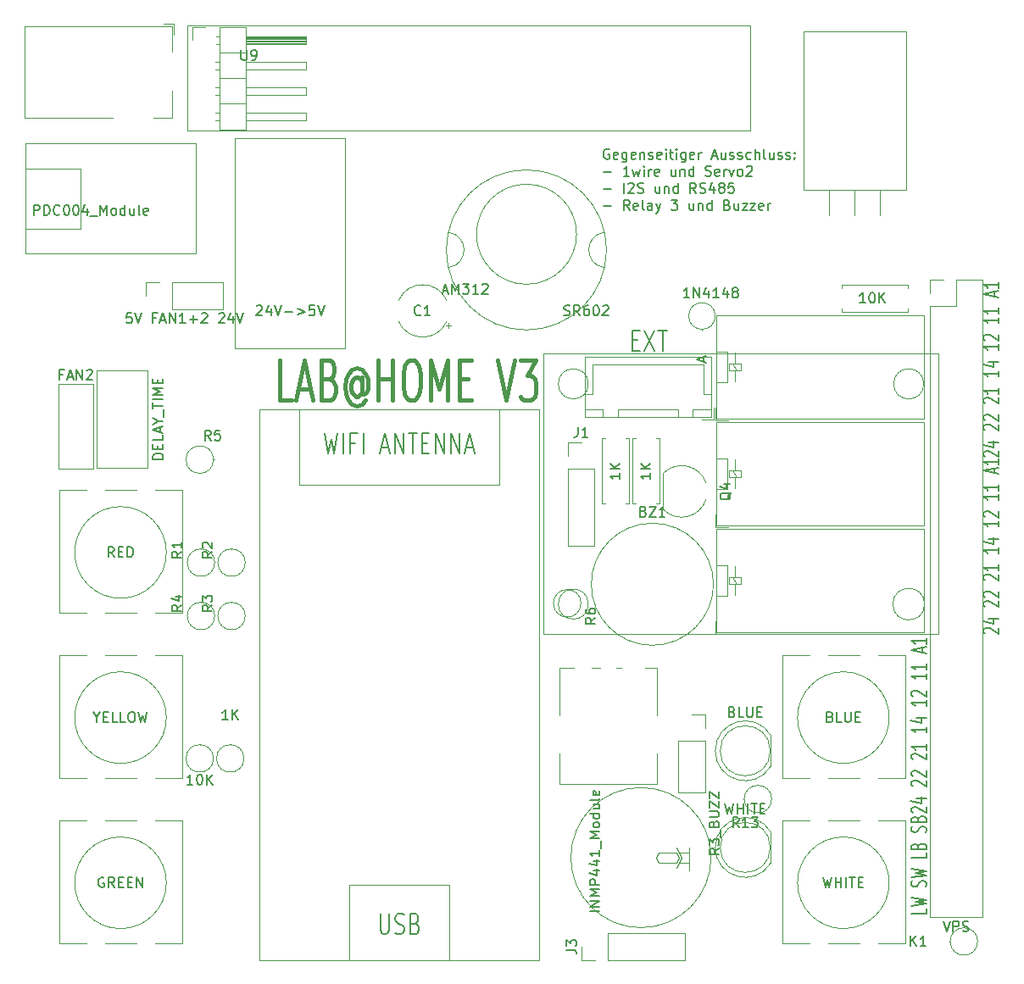
<source format=gbr>
G04 #@! TF.GenerationSoftware,KiCad,Pcbnew,(5.1.6)-1*
G04 #@! TF.CreationDate,2020-07-25T18:05:33+02:00*
G04 #@! TF.ProjectId,labAThome,6c616241-5468-46f6-9d65-2e6b69636164,rev?*
G04 #@! TF.SameCoordinates,Original*
G04 #@! TF.FileFunction,Legend,Top*
G04 #@! TF.FilePolarity,Positive*
%FSLAX46Y46*%
G04 Gerber Fmt 4.6, Leading zero omitted, Abs format (unit mm)*
G04 Created by KiCad (PCBNEW (5.1.6)-1) date 2020-07-25 18:05:33*
%MOMM*%
%LPD*%
G01*
G04 APERTURE LIST*
%ADD10C,0.200000*%
%ADD11C,0.400000*%
%ADD12C,0.120000*%
%ADD13C,0.100000*%
%ADD14C,0.150000*%
G04 APERTURE END LIST*
D10*
X88267904Y-45591000D02*
X88172666Y-45543380D01*
X88029809Y-45543380D01*
X87886952Y-45591000D01*
X87791714Y-45686238D01*
X87744095Y-45781476D01*
X87696476Y-45971952D01*
X87696476Y-46114809D01*
X87744095Y-46305285D01*
X87791714Y-46400523D01*
X87886952Y-46495761D01*
X88029809Y-46543380D01*
X88125047Y-46543380D01*
X88267904Y-46495761D01*
X88315523Y-46448142D01*
X88315523Y-46114809D01*
X88125047Y-46114809D01*
X89125047Y-46495761D02*
X89029809Y-46543380D01*
X88839333Y-46543380D01*
X88744095Y-46495761D01*
X88696476Y-46400523D01*
X88696476Y-46019571D01*
X88744095Y-45924333D01*
X88839333Y-45876714D01*
X89029809Y-45876714D01*
X89125047Y-45924333D01*
X89172666Y-46019571D01*
X89172666Y-46114809D01*
X88696476Y-46210047D01*
X90029809Y-45876714D02*
X90029809Y-46686238D01*
X89982190Y-46781476D01*
X89934571Y-46829095D01*
X89839333Y-46876714D01*
X89696476Y-46876714D01*
X89601238Y-46829095D01*
X90029809Y-46495761D02*
X89934571Y-46543380D01*
X89744095Y-46543380D01*
X89648857Y-46495761D01*
X89601238Y-46448142D01*
X89553619Y-46352904D01*
X89553619Y-46067190D01*
X89601238Y-45971952D01*
X89648857Y-45924333D01*
X89744095Y-45876714D01*
X89934571Y-45876714D01*
X90029809Y-45924333D01*
X90886952Y-46495761D02*
X90791714Y-46543380D01*
X90601238Y-46543380D01*
X90506000Y-46495761D01*
X90458380Y-46400523D01*
X90458380Y-46019571D01*
X90506000Y-45924333D01*
X90601238Y-45876714D01*
X90791714Y-45876714D01*
X90886952Y-45924333D01*
X90934571Y-46019571D01*
X90934571Y-46114809D01*
X90458380Y-46210047D01*
X91363142Y-45876714D02*
X91363142Y-46543380D01*
X91363142Y-45971952D02*
X91410761Y-45924333D01*
X91506000Y-45876714D01*
X91648857Y-45876714D01*
X91744095Y-45924333D01*
X91791714Y-46019571D01*
X91791714Y-46543380D01*
X92220285Y-46495761D02*
X92315523Y-46543380D01*
X92506000Y-46543380D01*
X92601238Y-46495761D01*
X92648857Y-46400523D01*
X92648857Y-46352904D01*
X92601238Y-46257666D01*
X92506000Y-46210047D01*
X92363142Y-46210047D01*
X92267904Y-46162428D01*
X92220285Y-46067190D01*
X92220285Y-46019571D01*
X92267904Y-45924333D01*
X92363142Y-45876714D01*
X92506000Y-45876714D01*
X92601238Y-45924333D01*
X93458380Y-46495761D02*
X93363142Y-46543380D01*
X93172666Y-46543380D01*
X93077428Y-46495761D01*
X93029809Y-46400523D01*
X93029809Y-46019571D01*
X93077428Y-45924333D01*
X93172666Y-45876714D01*
X93363142Y-45876714D01*
X93458380Y-45924333D01*
X93506000Y-46019571D01*
X93506000Y-46114809D01*
X93029809Y-46210047D01*
X93934571Y-46543380D02*
X93934571Y-45876714D01*
X93934571Y-45543380D02*
X93886952Y-45591000D01*
X93934571Y-45638619D01*
X93982190Y-45591000D01*
X93934571Y-45543380D01*
X93934571Y-45638619D01*
X94267904Y-45876714D02*
X94648857Y-45876714D01*
X94410761Y-45543380D02*
X94410761Y-46400523D01*
X94458380Y-46495761D01*
X94553619Y-46543380D01*
X94648857Y-46543380D01*
X94982190Y-46543380D02*
X94982190Y-45876714D01*
X94982190Y-45543380D02*
X94934571Y-45591000D01*
X94982190Y-45638619D01*
X95029809Y-45591000D01*
X94982190Y-45543380D01*
X94982190Y-45638619D01*
X95886952Y-45876714D02*
X95886952Y-46686238D01*
X95839333Y-46781476D01*
X95791714Y-46829095D01*
X95696476Y-46876714D01*
X95553619Y-46876714D01*
X95458380Y-46829095D01*
X95886952Y-46495761D02*
X95791714Y-46543380D01*
X95601238Y-46543380D01*
X95506000Y-46495761D01*
X95458380Y-46448142D01*
X95410761Y-46352904D01*
X95410761Y-46067190D01*
X95458380Y-45971952D01*
X95506000Y-45924333D01*
X95601238Y-45876714D01*
X95791714Y-45876714D01*
X95886952Y-45924333D01*
X96744095Y-46495761D02*
X96648857Y-46543380D01*
X96458380Y-46543380D01*
X96363142Y-46495761D01*
X96315523Y-46400523D01*
X96315523Y-46019571D01*
X96363142Y-45924333D01*
X96458380Y-45876714D01*
X96648857Y-45876714D01*
X96744095Y-45924333D01*
X96791714Y-46019571D01*
X96791714Y-46114809D01*
X96315523Y-46210047D01*
X97220285Y-46543380D02*
X97220285Y-45876714D01*
X97220285Y-46067190D02*
X97267904Y-45971952D01*
X97315523Y-45924333D01*
X97410761Y-45876714D01*
X97506000Y-45876714D01*
X98553619Y-46257666D02*
X99029809Y-46257666D01*
X98458380Y-46543380D02*
X98791714Y-45543380D01*
X99125047Y-46543380D01*
X99886952Y-45876714D02*
X99886952Y-46543380D01*
X99458380Y-45876714D02*
X99458380Y-46400523D01*
X99506000Y-46495761D01*
X99601238Y-46543380D01*
X99744095Y-46543380D01*
X99839333Y-46495761D01*
X99886952Y-46448142D01*
X100315523Y-46495761D02*
X100410761Y-46543380D01*
X100601238Y-46543380D01*
X100696476Y-46495761D01*
X100744095Y-46400523D01*
X100744095Y-46352904D01*
X100696476Y-46257666D01*
X100601238Y-46210047D01*
X100458380Y-46210047D01*
X100363142Y-46162428D01*
X100315523Y-46067190D01*
X100315523Y-46019571D01*
X100363142Y-45924333D01*
X100458380Y-45876714D01*
X100601238Y-45876714D01*
X100696476Y-45924333D01*
X101125047Y-46495761D02*
X101220285Y-46543380D01*
X101410761Y-46543380D01*
X101506000Y-46495761D01*
X101553619Y-46400523D01*
X101553619Y-46352904D01*
X101506000Y-46257666D01*
X101410761Y-46210047D01*
X101267904Y-46210047D01*
X101172666Y-46162428D01*
X101125047Y-46067190D01*
X101125047Y-46019571D01*
X101172666Y-45924333D01*
X101267904Y-45876714D01*
X101410761Y-45876714D01*
X101506000Y-45924333D01*
X102410761Y-46495761D02*
X102315523Y-46543380D01*
X102125047Y-46543380D01*
X102029809Y-46495761D01*
X101982190Y-46448142D01*
X101934571Y-46352904D01*
X101934571Y-46067190D01*
X101982190Y-45971952D01*
X102029809Y-45924333D01*
X102125047Y-45876714D01*
X102315523Y-45876714D01*
X102410761Y-45924333D01*
X102839333Y-46543380D02*
X102839333Y-45543380D01*
X103267904Y-46543380D02*
X103267904Y-46019571D01*
X103220285Y-45924333D01*
X103125047Y-45876714D01*
X102982190Y-45876714D01*
X102886952Y-45924333D01*
X102839333Y-45971952D01*
X103886952Y-46543380D02*
X103791714Y-46495761D01*
X103744095Y-46400523D01*
X103744095Y-45543380D01*
X104696476Y-45876714D02*
X104696476Y-46543380D01*
X104267904Y-45876714D02*
X104267904Y-46400523D01*
X104315523Y-46495761D01*
X104410761Y-46543380D01*
X104553619Y-46543380D01*
X104648857Y-46495761D01*
X104696476Y-46448142D01*
X105125047Y-46495761D02*
X105220285Y-46543380D01*
X105410761Y-46543380D01*
X105506000Y-46495761D01*
X105553619Y-46400523D01*
X105553619Y-46352904D01*
X105506000Y-46257666D01*
X105410761Y-46210047D01*
X105267904Y-46210047D01*
X105172666Y-46162428D01*
X105125047Y-46067190D01*
X105125047Y-46019571D01*
X105172666Y-45924333D01*
X105267904Y-45876714D01*
X105410761Y-45876714D01*
X105506000Y-45924333D01*
X105934571Y-46495761D02*
X106029809Y-46543380D01*
X106220285Y-46543380D01*
X106315523Y-46495761D01*
X106363142Y-46400523D01*
X106363142Y-46352904D01*
X106315523Y-46257666D01*
X106220285Y-46210047D01*
X106077428Y-46210047D01*
X105982190Y-46162428D01*
X105934571Y-46067190D01*
X105934571Y-46019571D01*
X105982190Y-45924333D01*
X106077428Y-45876714D01*
X106220285Y-45876714D01*
X106315523Y-45924333D01*
X106791714Y-46448142D02*
X106839333Y-46495761D01*
X106791714Y-46543380D01*
X106744095Y-46495761D01*
X106791714Y-46448142D01*
X106791714Y-46543380D01*
X106791714Y-45924333D02*
X106839333Y-45971952D01*
X106791714Y-46019571D01*
X106744095Y-45971952D01*
X106791714Y-45924333D01*
X106791714Y-46019571D01*
X87744095Y-47862428D02*
X88506000Y-47862428D01*
X90267904Y-48243380D02*
X89696476Y-48243380D01*
X89982190Y-48243380D02*
X89982190Y-47243380D01*
X89886952Y-47386238D01*
X89791714Y-47481476D01*
X89696476Y-47529095D01*
X90601238Y-47576714D02*
X90791714Y-48243380D01*
X90982190Y-47767190D01*
X91172666Y-48243380D01*
X91363142Y-47576714D01*
X91744095Y-48243380D02*
X91744095Y-47576714D01*
X91744095Y-47243380D02*
X91696476Y-47291000D01*
X91744095Y-47338619D01*
X91791714Y-47291000D01*
X91744095Y-47243380D01*
X91744095Y-47338619D01*
X92220285Y-48243380D02*
X92220285Y-47576714D01*
X92220285Y-47767190D02*
X92267904Y-47671952D01*
X92315523Y-47624333D01*
X92410761Y-47576714D01*
X92506000Y-47576714D01*
X93220285Y-48195761D02*
X93125047Y-48243380D01*
X92934571Y-48243380D01*
X92839333Y-48195761D01*
X92791714Y-48100523D01*
X92791714Y-47719571D01*
X92839333Y-47624333D01*
X92934571Y-47576714D01*
X93125047Y-47576714D01*
X93220285Y-47624333D01*
X93267904Y-47719571D01*
X93267904Y-47814809D01*
X92791714Y-47910047D01*
X94886952Y-47576714D02*
X94886952Y-48243380D01*
X94458380Y-47576714D02*
X94458380Y-48100523D01*
X94506000Y-48195761D01*
X94601238Y-48243380D01*
X94744095Y-48243380D01*
X94839333Y-48195761D01*
X94886952Y-48148142D01*
X95363142Y-47576714D02*
X95363142Y-48243380D01*
X95363142Y-47671952D02*
X95410761Y-47624333D01*
X95506000Y-47576714D01*
X95648857Y-47576714D01*
X95744095Y-47624333D01*
X95791714Y-47719571D01*
X95791714Y-48243380D01*
X96696476Y-48243380D02*
X96696476Y-47243380D01*
X96696476Y-48195761D02*
X96601238Y-48243380D01*
X96410761Y-48243380D01*
X96315523Y-48195761D01*
X96267904Y-48148142D01*
X96220285Y-48052904D01*
X96220285Y-47767190D01*
X96267904Y-47671952D01*
X96315523Y-47624333D01*
X96410761Y-47576714D01*
X96601238Y-47576714D01*
X96696476Y-47624333D01*
X97886952Y-48195761D02*
X98029809Y-48243380D01*
X98267904Y-48243380D01*
X98363142Y-48195761D01*
X98410761Y-48148142D01*
X98458380Y-48052904D01*
X98458380Y-47957666D01*
X98410761Y-47862428D01*
X98363142Y-47814809D01*
X98267904Y-47767190D01*
X98077428Y-47719571D01*
X97982190Y-47671952D01*
X97934571Y-47624333D01*
X97886952Y-47529095D01*
X97886952Y-47433857D01*
X97934571Y-47338619D01*
X97982190Y-47291000D01*
X98077428Y-47243380D01*
X98315523Y-47243380D01*
X98458380Y-47291000D01*
X99267904Y-48195761D02*
X99172666Y-48243380D01*
X98982190Y-48243380D01*
X98886952Y-48195761D01*
X98839333Y-48100523D01*
X98839333Y-47719571D01*
X98886952Y-47624333D01*
X98982190Y-47576714D01*
X99172666Y-47576714D01*
X99267904Y-47624333D01*
X99315523Y-47719571D01*
X99315523Y-47814809D01*
X98839333Y-47910047D01*
X99744095Y-48243380D02*
X99744095Y-47576714D01*
X99744095Y-47767190D02*
X99791714Y-47671952D01*
X99839333Y-47624333D01*
X99934571Y-47576714D01*
X100029809Y-47576714D01*
X100267904Y-47576714D02*
X100506000Y-48243380D01*
X100744095Y-47576714D01*
X101267904Y-48243380D02*
X101172666Y-48195761D01*
X101125047Y-48148142D01*
X101077428Y-48052904D01*
X101077428Y-47767190D01*
X101125047Y-47671952D01*
X101172666Y-47624333D01*
X101267904Y-47576714D01*
X101410761Y-47576714D01*
X101506000Y-47624333D01*
X101553619Y-47671952D01*
X101601238Y-47767190D01*
X101601238Y-48052904D01*
X101553619Y-48148142D01*
X101506000Y-48195761D01*
X101410761Y-48243380D01*
X101267904Y-48243380D01*
X101982190Y-47338619D02*
X102029809Y-47291000D01*
X102125047Y-47243380D01*
X102363142Y-47243380D01*
X102458380Y-47291000D01*
X102506000Y-47338619D01*
X102553619Y-47433857D01*
X102553619Y-47529095D01*
X102506000Y-47671952D01*
X101934571Y-48243380D01*
X102553619Y-48243380D01*
X87744095Y-49562428D02*
X88506000Y-49562428D01*
X89744095Y-49943380D02*
X89744095Y-48943380D01*
X90172666Y-49038619D02*
X90220285Y-48991000D01*
X90315523Y-48943380D01*
X90553619Y-48943380D01*
X90648857Y-48991000D01*
X90696476Y-49038619D01*
X90744095Y-49133857D01*
X90744095Y-49229095D01*
X90696476Y-49371952D01*
X90125047Y-49943380D01*
X90744095Y-49943380D01*
X91125047Y-49895761D02*
X91267904Y-49943380D01*
X91506000Y-49943380D01*
X91601238Y-49895761D01*
X91648857Y-49848142D01*
X91696476Y-49752904D01*
X91696476Y-49657666D01*
X91648857Y-49562428D01*
X91601238Y-49514809D01*
X91506000Y-49467190D01*
X91315523Y-49419571D01*
X91220285Y-49371952D01*
X91172666Y-49324333D01*
X91125047Y-49229095D01*
X91125047Y-49133857D01*
X91172666Y-49038619D01*
X91220285Y-48991000D01*
X91315523Y-48943380D01*
X91553619Y-48943380D01*
X91696476Y-48991000D01*
X93315523Y-49276714D02*
X93315523Y-49943380D01*
X92886952Y-49276714D02*
X92886952Y-49800523D01*
X92934571Y-49895761D01*
X93029809Y-49943380D01*
X93172666Y-49943380D01*
X93267904Y-49895761D01*
X93315523Y-49848142D01*
X93791714Y-49276714D02*
X93791714Y-49943380D01*
X93791714Y-49371952D02*
X93839333Y-49324333D01*
X93934571Y-49276714D01*
X94077428Y-49276714D01*
X94172666Y-49324333D01*
X94220285Y-49419571D01*
X94220285Y-49943380D01*
X95125047Y-49943380D02*
X95125047Y-48943380D01*
X95125047Y-49895761D02*
X95029809Y-49943380D01*
X94839333Y-49943380D01*
X94744095Y-49895761D01*
X94696476Y-49848142D01*
X94648857Y-49752904D01*
X94648857Y-49467190D01*
X94696476Y-49371952D01*
X94744095Y-49324333D01*
X94839333Y-49276714D01*
X95029809Y-49276714D01*
X95125047Y-49324333D01*
X96934571Y-49943380D02*
X96601238Y-49467190D01*
X96363142Y-49943380D02*
X96363142Y-48943380D01*
X96744095Y-48943380D01*
X96839333Y-48991000D01*
X96886952Y-49038619D01*
X96934571Y-49133857D01*
X96934571Y-49276714D01*
X96886952Y-49371952D01*
X96839333Y-49419571D01*
X96744095Y-49467190D01*
X96363142Y-49467190D01*
X97315523Y-49895761D02*
X97458380Y-49943380D01*
X97696476Y-49943380D01*
X97791714Y-49895761D01*
X97839333Y-49848142D01*
X97886952Y-49752904D01*
X97886952Y-49657666D01*
X97839333Y-49562428D01*
X97791714Y-49514809D01*
X97696476Y-49467190D01*
X97506000Y-49419571D01*
X97410761Y-49371952D01*
X97363142Y-49324333D01*
X97315523Y-49229095D01*
X97315523Y-49133857D01*
X97363142Y-49038619D01*
X97410761Y-48991000D01*
X97506000Y-48943380D01*
X97744095Y-48943380D01*
X97886952Y-48991000D01*
X98744095Y-49276714D02*
X98744095Y-49943380D01*
X98506000Y-48895761D02*
X98267904Y-49610047D01*
X98886952Y-49610047D01*
X99410761Y-49371952D02*
X99315523Y-49324333D01*
X99267904Y-49276714D01*
X99220285Y-49181476D01*
X99220285Y-49133857D01*
X99267904Y-49038619D01*
X99315523Y-48991000D01*
X99410761Y-48943380D01*
X99601238Y-48943380D01*
X99696476Y-48991000D01*
X99744095Y-49038619D01*
X99791714Y-49133857D01*
X99791714Y-49181476D01*
X99744095Y-49276714D01*
X99696476Y-49324333D01*
X99601238Y-49371952D01*
X99410761Y-49371952D01*
X99315523Y-49419571D01*
X99267904Y-49467190D01*
X99220285Y-49562428D01*
X99220285Y-49752904D01*
X99267904Y-49848142D01*
X99315523Y-49895761D01*
X99410761Y-49943380D01*
X99601238Y-49943380D01*
X99696476Y-49895761D01*
X99744095Y-49848142D01*
X99791714Y-49752904D01*
X99791714Y-49562428D01*
X99744095Y-49467190D01*
X99696476Y-49419571D01*
X99601238Y-49371952D01*
X100696476Y-48943380D02*
X100220285Y-48943380D01*
X100172666Y-49419571D01*
X100220285Y-49371952D01*
X100315523Y-49324333D01*
X100553619Y-49324333D01*
X100648857Y-49371952D01*
X100696476Y-49419571D01*
X100744095Y-49514809D01*
X100744095Y-49752904D01*
X100696476Y-49848142D01*
X100648857Y-49895761D01*
X100553619Y-49943380D01*
X100315523Y-49943380D01*
X100220285Y-49895761D01*
X100172666Y-49848142D01*
X87744095Y-51262428D02*
X88506000Y-51262428D01*
X90315523Y-51643380D02*
X89982190Y-51167190D01*
X89744095Y-51643380D02*
X89744095Y-50643380D01*
X90125047Y-50643380D01*
X90220285Y-50691000D01*
X90267904Y-50738619D01*
X90315523Y-50833857D01*
X90315523Y-50976714D01*
X90267904Y-51071952D01*
X90220285Y-51119571D01*
X90125047Y-51167190D01*
X89744095Y-51167190D01*
X91125047Y-51595761D02*
X91029809Y-51643380D01*
X90839333Y-51643380D01*
X90744095Y-51595761D01*
X90696476Y-51500523D01*
X90696476Y-51119571D01*
X90744095Y-51024333D01*
X90839333Y-50976714D01*
X91029809Y-50976714D01*
X91125047Y-51024333D01*
X91172666Y-51119571D01*
X91172666Y-51214809D01*
X90696476Y-51310047D01*
X91744095Y-51643380D02*
X91648857Y-51595761D01*
X91601238Y-51500523D01*
X91601238Y-50643380D01*
X92553619Y-51643380D02*
X92553619Y-51119571D01*
X92506000Y-51024333D01*
X92410761Y-50976714D01*
X92220285Y-50976714D01*
X92125047Y-51024333D01*
X92553619Y-51595761D02*
X92458380Y-51643380D01*
X92220285Y-51643380D01*
X92125047Y-51595761D01*
X92077428Y-51500523D01*
X92077428Y-51405285D01*
X92125047Y-51310047D01*
X92220285Y-51262428D01*
X92458380Y-51262428D01*
X92553619Y-51214809D01*
X92934571Y-50976714D02*
X93172666Y-51643380D01*
X93410761Y-50976714D02*
X93172666Y-51643380D01*
X93077428Y-51881476D01*
X93029809Y-51929095D01*
X92934571Y-51976714D01*
X94458380Y-50643380D02*
X95077428Y-50643380D01*
X94744095Y-51024333D01*
X94886952Y-51024333D01*
X94982190Y-51071952D01*
X95029809Y-51119571D01*
X95077428Y-51214809D01*
X95077428Y-51452904D01*
X95029809Y-51548142D01*
X94982190Y-51595761D01*
X94886952Y-51643380D01*
X94601238Y-51643380D01*
X94506000Y-51595761D01*
X94458380Y-51548142D01*
X96696476Y-50976714D02*
X96696476Y-51643380D01*
X96267904Y-50976714D02*
X96267904Y-51500523D01*
X96315523Y-51595761D01*
X96410761Y-51643380D01*
X96553619Y-51643380D01*
X96648857Y-51595761D01*
X96696476Y-51548142D01*
X97172666Y-50976714D02*
X97172666Y-51643380D01*
X97172666Y-51071952D02*
X97220285Y-51024333D01*
X97315523Y-50976714D01*
X97458380Y-50976714D01*
X97553619Y-51024333D01*
X97601238Y-51119571D01*
X97601238Y-51643380D01*
X98506000Y-51643380D02*
X98506000Y-50643380D01*
X98506000Y-51595761D02*
X98410761Y-51643380D01*
X98220285Y-51643380D01*
X98125047Y-51595761D01*
X98077428Y-51548142D01*
X98029809Y-51452904D01*
X98029809Y-51167190D01*
X98077428Y-51071952D01*
X98125047Y-51024333D01*
X98220285Y-50976714D01*
X98410761Y-50976714D01*
X98506000Y-51024333D01*
X100077428Y-51119571D02*
X100220285Y-51167190D01*
X100267904Y-51214809D01*
X100315523Y-51310047D01*
X100315523Y-51452904D01*
X100267904Y-51548142D01*
X100220285Y-51595761D01*
X100125047Y-51643380D01*
X99744095Y-51643380D01*
X99744095Y-50643380D01*
X100077428Y-50643380D01*
X100172666Y-50691000D01*
X100220285Y-50738619D01*
X100267904Y-50833857D01*
X100267904Y-50929095D01*
X100220285Y-51024333D01*
X100172666Y-51071952D01*
X100077428Y-51119571D01*
X99744095Y-51119571D01*
X101172666Y-50976714D02*
X101172666Y-51643380D01*
X100744095Y-50976714D02*
X100744095Y-51500523D01*
X100791714Y-51595761D01*
X100886952Y-51643380D01*
X101029809Y-51643380D01*
X101125047Y-51595761D01*
X101172666Y-51548142D01*
X101553619Y-50976714D02*
X102077428Y-50976714D01*
X101553619Y-51643380D01*
X102077428Y-51643380D01*
X102363142Y-50976714D02*
X102886952Y-50976714D01*
X102363142Y-51643380D01*
X102886952Y-51643380D01*
X103648857Y-51595761D02*
X103553619Y-51643380D01*
X103363142Y-51643380D01*
X103267904Y-51595761D01*
X103220285Y-51500523D01*
X103220285Y-51119571D01*
X103267904Y-51024333D01*
X103363142Y-50976714D01*
X103553619Y-50976714D01*
X103648857Y-51024333D01*
X103696476Y-51119571D01*
X103696476Y-51214809D01*
X103220285Y-51310047D01*
X104125047Y-51643380D02*
X104125047Y-50976714D01*
X104125047Y-51167190D02*
X104172666Y-51071952D01*
X104220285Y-51024333D01*
X104315523Y-50976714D01*
X104410761Y-50976714D01*
X90594857Y-64627142D02*
X91094857Y-64627142D01*
X91309142Y-65674761D02*
X90594857Y-65674761D01*
X90594857Y-63674761D01*
X91309142Y-63674761D01*
X91809142Y-63674761D02*
X92809142Y-65674761D01*
X92809142Y-63674761D02*
X91809142Y-65674761D01*
X93166285Y-63674761D02*
X94023428Y-63674761D01*
X93594857Y-65674761D02*
X93594857Y-63674761D01*
D11*
X56524380Y-70643523D02*
X55333904Y-70643523D01*
X55333904Y-66643523D01*
X57238666Y-69500666D02*
X58429142Y-69500666D01*
X57000571Y-70643523D02*
X57833904Y-66643523D01*
X58667238Y-70643523D01*
X60333904Y-68548285D02*
X60691047Y-68738761D01*
X60810095Y-68929238D01*
X60929142Y-69310190D01*
X60929142Y-69881619D01*
X60810095Y-70262571D01*
X60691047Y-70453047D01*
X60452952Y-70643523D01*
X59500571Y-70643523D01*
X59500571Y-66643523D01*
X60333904Y-66643523D01*
X60572000Y-66834000D01*
X60691047Y-67024476D01*
X60810095Y-67405428D01*
X60810095Y-67786380D01*
X60691047Y-68167333D01*
X60572000Y-68357809D01*
X60333904Y-68548285D01*
X59500571Y-68548285D01*
X63548190Y-68738761D02*
X63429142Y-68548285D01*
X63191047Y-68357809D01*
X62952952Y-68357809D01*
X62714857Y-68548285D01*
X62595809Y-68738761D01*
X62476761Y-69119714D01*
X62476761Y-69500666D01*
X62595809Y-69881619D01*
X62714857Y-70072095D01*
X62952952Y-70262571D01*
X63191047Y-70262571D01*
X63429142Y-70072095D01*
X63548190Y-69881619D01*
X63548190Y-68357809D02*
X63548190Y-69881619D01*
X63667238Y-70072095D01*
X63786285Y-70072095D01*
X64024380Y-69881619D01*
X64143428Y-69500666D01*
X64143428Y-68548285D01*
X63905333Y-67976857D01*
X63548190Y-67595904D01*
X63072000Y-67405428D01*
X62595809Y-67595904D01*
X62238666Y-67976857D01*
X62000571Y-68548285D01*
X61881523Y-69310190D01*
X62000571Y-70072095D01*
X62238666Y-70643523D01*
X62595809Y-71024476D01*
X63072000Y-71214952D01*
X63548190Y-71024476D01*
X63905333Y-70643523D01*
X65214857Y-70643523D02*
X65214857Y-66643523D01*
X65214857Y-68548285D02*
X66643428Y-68548285D01*
X66643428Y-70643523D02*
X66643428Y-66643523D01*
X68310095Y-66643523D02*
X68786285Y-66643523D01*
X69024380Y-66834000D01*
X69262476Y-67214952D01*
X69381523Y-67976857D01*
X69381523Y-69310190D01*
X69262476Y-70072095D01*
X69024380Y-70453047D01*
X68786285Y-70643523D01*
X68310095Y-70643523D01*
X68072000Y-70453047D01*
X67833904Y-70072095D01*
X67714857Y-69310190D01*
X67714857Y-67976857D01*
X67833904Y-67214952D01*
X68072000Y-66834000D01*
X68310095Y-66643523D01*
X70452952Y-70643523D02*
X70452952Y-66643523D01*
X71286285Y-69500666D01*
X72119619Y-66643523D01*
X72119619Y-70643523D01*
X73310095Y-68548285D02*
X74143428Y-68548285D01*
X74500571Y-70643523D02*
X73310095Y-70643523D01*
X73310095Y-66643523D01*
X74500571Y-66643523D01*
X77119619Y-66643523D02*
X77952952Y-70643523D01*
X78786285Y-66643523D01*
X79381523Y-66643523D02*
X80929142Y-66643523D01*
X80095809Y-68167333D01*
X80452952Y-68167333D01*
X80691047Y-68357809D01*
X80810095Y-68548285D01*
X80929142Y-68929238D01*
X80929142Y-69881619D01*
X80810095Y-70262571D01*
X80691047Y-70453047D01*
X80452952Y-70643523D01*
X79738666Y-70643523D01*
X79500571Y-70453047D01*
X79381523Y-70262571D01*
D10*
X125813428Y-76278285D02*
X125742000Y-76230666D01*
X125670571Y-76135428D01*
X125670571Y-75897333D01*
X125742000Y-75802095D01*
X125813428Y-75754476D01*
X125956285Y-75706857D01*
X126099142Y-75706857D01*
X126313428Y-75754476D01*
X127170571Y-76325904D01*
X127170571Y-75706857D01*
X126170571Y-74849714D02*
X127170571Y-74849714D01*
X125599142Y-75087809D02*
X126670571Y-75325904D01*
X126670571Y-74706857D01*
X125813428Y-73611619D02*
X125742000Y-73564000D01*
X125670571Y-73468761D01*
X125670571Y-73230666D01*
X125742000Y-73135428D01*
X125813428Y-73087809D01*
X125956285Y-73040190D01*
X126099142Y-73040190D01*
X126313428Y-73087809D01*
X127170571Y-73659238D01*
X127170571Y-73040190D01*
X125813428Y-72659238D02*
X125742000Y-72611619D01*
X125670571Y-72516380D01*
X125670571Y-72278285D01*
X125742000Y-72183047D01*
X125813428Y-72135428D01*
X125956285Y-72087809D01*
X126099142Y-72087809D01*
X126313428Y-72135428D01*
X127170571Y-72706857D01*
X127170571Y-72087809D01*
X125813428Y-70944952D02*
X125742000Y-70897333D01*
X125670571Y-70802095D01*
X125670571Y-70564000D01*
X125742000Y-70468761D01*
X125813428Y-70421142D01*
X125956285Y-70373523D01*
X126099142Y-70373523D01*
X126313428Y-70421142D01*
X127170571Y-70992571D01*
X127170571Y-70373523D01*
X127170571Y-69421142D02*
X127170571Y-69992571D01*
X127170571Y-69706857D02*
X125670571Y-69706857D01*
X125884857Y-69802095D01*
X126027714Y-69897333D01*
X126099142Y-69992571D01*
X127170571Y-67706857D02*
X127170571Y-68278285D01*
X127170571Y-67992571D02*
X125670571Y-67992571D01*
X125884857Y-68087809D01*
X126027714Y-68183047D01*
X126099142Y-68278285D01*
X126170571Y-66849714D02*
X127170571Y-66849714D01*
X125599142Y-67087809D02*
X126670571Y-67325904D01*
X126670571Y-66706857D01*
X127170571Y-65040190D02*
X127170571Y-65611619D01*
X127170571Y-65325904D02*
X125670571Y-65325904D01*
X125884857Y-65421142D01*
X126027714Y-65516380D01*
X126099142Y-65611619D01*
X125813428Y-64659238D02*
X125742000Y-64611619D01*
X125670571Y-64516380D01*
X125670571Y-64278285D01*
X125742000Y-64183047D01*
X125813428Y-64135428D01*
X125956285Y-64087809D01*
X126099142Y-64087809D01*
X126313428Y-64135428D01*
X127170571Y-64706857D01*
X127170571Y-64087809D01*
X127170571Y-62373523D02*
X127170571Y-62944952D01*
X127170571Y-62659238D02*
X125670571Y-62659238D01*
X125884857Y-62754476D01*
X126027714Y-62849714D01*
X126099142Y-62944952D01*
X127170571Y-61421142D02*
X127170571Y-61992571D01*
X127170571Y-61706857D02*
X125670571Y-61706857D01*
X125884857Y-61802095D01*
X126027714Y-61897333D01*
X126099142Y-61992571D01*
X126742000Y-60278285D02*
X126742000Y-59802095D01*
X127170571Y-60373523D02*
X125670571Y-60040190D01*
X127170571Y-59706857D01*
X127170571Y-58849714D02*
X127170571Y-59421142D01*
X127170571Y-59135428D02*
X125670571Y-59135428D01*
X125884857Y-59230666D01*
X126027714Y-59325904D01*
X126099142Y-59421142D01*
X125813428Y-93931285D02*
X125742000Y-93883666D01*
X125670571Y-93788428D01*
X125670571Y-93550333D01*
X125742000Y-93455095D01*
X125813428Y-93407476D01*
X125956285Y-93359857D01*
X126099142Y-93359857D01*
X126313428Y-93407476D01*
X127170571Y-93978904D01*
X127170571Y-93359857D01*
X126170571Y-92502714D02*
X127170571Y-92502714D01*
X125599142Y-92740809D02*
X126670571Y-92978904D01*
X126670571Y-92359857D01*
X125813428Y-91264619D02*
X125742000Y-91217000D01*
X125670571Y-91121761D01*
X125670571Y-90883666D01*
X125742000Y-90788428D01*
X125813428Y-90740809D01*
X125956285Y-90693190D01*
X126099142Y-90693190D01*
X126313428Y-90740809D01*
X127170571Y-91312238D01*
X127170571Y-90693190D01*
X125813428Y-90312238D02*
X125742000Y-90264619D01*
X125670571Y-90169380D01*
X125670571Y-89931285D01*
X125742000Y-89836047D01*
X125813428Y-89788428D01*
X125956285Y-89740809D01*
X126099142Y-89740809D01*
X126313428Y-89788428D01*
X127170571Y-90359857D01*
X127170571Y-89740809D01*
X125813428Y-88597952D02*
X125742000Y-88550333D01*
X125670571Y-88455095D01*
X125670571Y-88217000D01*
X125742000Y-88121761D01*
X125813428Y-88074142D01*
X125956285Y-88026523D01*
X126099142Y-88026523D01*
X126313428Y-88074142D01*
X127170571Y-88645571D01*
X127170571Y-88026523D01*
X127170571Y-87074142D02*
X127170571Y-87645571D01*
X127170571Y-87359857D02*
X125670571Y-87359857D01*
X125884857Y-87455095D01*
X126027714Y-87550333D01*
X126099142Y-87645571D01*
X127170571Y-85359857D02*
X127170571Y-85931285D01*
X127170571Y-85645571D02*
X125670571Y-85645571D01*
X125884857Y-85740809D01*
X126027714Y-85836047D01*
X126099142Y-85931285D01*
X126170571Y-84502714D02*
X127170571Y-84502714D01*
X125599142Y-84740809D02*
X126670571Y-84978904D01*
X126670571Y-84359857D01*
X127170571Y-82693190D02*
X127170571Y-83264619D01*
X127170571Y-82978904D02*
X125670571Y-82978904D01*
X125884857Y-83074142D01*
X126027714Y-83169380D01*
X126099142Y-83264619D01*
X125813428Y-82312238D02*
X125742000Y-82264619D01*
X125670571Y-82169380D01*
X125670571Y-81931285D01*
X125742000Y-81836047D01*
X125813428Y-81788428D01*
X125956285Y-81740809D01*
X126099142Y-81740809D01*
X126313428Y-81788428D01*
X127170571Y-82359857D01*
X127170571Y-81740809D01*
X127170571Y-80026523D02*
X127170571Y-80597952D01*
X127170571Y-80312238D02*
X125670571Y-80312238D01*
X125884857Y-80407476D01*
X126027714Y-80502714D01*
X126099142Y-80597952D01*
X127170571Y-79074142D02*
X127170571Y-79645571D01*
X127170571Y-79359857D02*
X125670571Y-79359857D01*
X125884857Y-79455095D01*
X126027714Y-79550333D01*
X126099142Y-79645571D01*
X126742000Y-77931285D02*
X126742000Y-77455095D01*
X127170571Y-78026523D02*
X125670571Y-77693190D01*
X127170571Y-77359857D01*
X127170571Y-76502714D02*
X127170571Y-77074142D01*
X127170571Y-76788428D02*
X125670571Y-76788428D01*
X125884857Y-76883666D01*
X126027714Y-76978904D01*
X126099142Y-77074142D01*
X118574428Y-111838285D02*
X118503000Y-111790666D01*
X118431571Y-111695428D01*
X118431571Y-111457333D01*
X118503000Y-111362095D01*
X118574428Y-111314476D01*
X118717285Y-111266857D01*
X118860142Y-111266857D01*
X119074428Y-111314476D01*
X119931571Y-111885904D01*
X119931571Y-111266857D01*
X118931571Y-110409714D02*
X119931571Y-110409714D01*
X118360142Y-110647809D02*
X119431571Y-110885904D01*
X119431571Y-110266857D01*
X118574428Y-109171619D02*
X118503000Y-109124000D01*
X118431571Y-109028761D01*
X118431571Y-108790666D01*
X118503000Y-108695428D01*
X118574428Y-108647809D01*
X118717285Y-108600190D01*
X118860142Y-108600190D01*
X119074428Y-108647809D01*
X119931571Y-109219238D01*
X119931571Y-108600190D01*
X118574428Y-108219238D02*
X118503000Y-108171619D01*
X118431571Y-108076380D01*
X118431571Y-107838285D01*
X118503000Y-107743047D01*
X118574428Y-107695428D01*
X118717285Y-107647809D01*
X118860142Y-107647809D01*
X119074428Y-107695428D01*
X119931571Y-108266857D01*
X119931571Y-107647809D01*
X118574428Y-106504952D02*
X118503000Y-106457333D01*
X118431571Y-106362095D01*
X118431571Y-106124000D01*
X118503000Y-106028761D01*
X118574428Y-105981142D01*
X118717285Y-105933523D01*
X118860142Y-105933523D01*
X119074428Y-105981142D01*
X119931571Y-106552571D01*
X119931571Y-105933523D01*
X119931571Y-104981142D02*
X119931571Y-105552571D01*
X119931571Y-105266857D02*
X118431571Y-105266857D01*
X118645857Y-105362095D01*
X118788714Y-105457333D01*
X118860142Y-105552571D01*
X119931571Y-103266857D02*
X119931571Y-103838285D01*
X119931571Y-103552571D02*
X118431571Y-103552571D01*
X118645857Y-103647809D01*
X118788714Y-103743047D01*
X118860142Y-103838285D01*
X118931571Y-102409714D02*
X119931571Y-102409714D01*
X118360142Y-102647809D02*
X119431571Y-102885904D01*
X119431571Y-102266857D01*
X119931571Y-100600190D02*
X119931571Y-101171619D01*
X119931571Y-100885904D02*
X118431571Y-100885904D01*
X118645857Y-100981142D01*
X118788714Y-101076380D01*
X118860142Y-101171619D01*
X118574428Y-100219238D02*
X118503000Y-100171619D01*
X118431571Y-100076380D01*
X118431571Y-99838285D01*
X118503000Y-99743047D01*
X118574428Y-99695428D01*
X118717285Y-99647809D01*
X118860142Y-99647809D01*
X119074428Y-99695428D01*
X119931571Y-100266857D01*
X119931571Y-99647809D01*
X119931571Y-97933523D02*
X119931571Y-98504952D01*
X119931571Y-98219238D02*
X118431571Y-98219238D01*
X118645857Y-98314476D01*
X118788714Y-98409714D01*
X118860142Y-98504952D01*
X119931571Y-96981142D02*
X119931571Y-97552571D01*
X119931571Y-97266857D02*
X118431571Y-97266857D01*
X118645857Y-97362095D01*
X118788714Y-97457333D01*
X118860142Y-97552571D01*
X119503000Y-95838285D02*
X119503000Y-95362095D01*
X119931571Y-95933523D02*
X118431571Y-95600190D01*
X119931571Y-95266857D01*
X119931571Y-94409714D02*
X119931571Y-94981142D01*
X119931571Y-94695428D02*
X118431571Y-94695428D01*
X118645857Y-94790666D01*
X118788714Y-94885904D01*
X118860142Y-94981142D01*
X119931571Y-121427333D02*
X119931571Y-121903523D01*
X118431571Y-121903523D01*
X118431571Y-121189238D02*
X119931571Y-120951142D01*
X118860142Y-120760666D01*
X119931571Y-120570190D01*
X118431571Y-120332095D01*
X119860142Y-119236857D02*
X119931571Y-119094000D01*
X119931571Y-118855904D01*
X119860142Y-118760666D01*
X119788714Y-118713047D01*
X119645857Y-118665428D01*
X119503000Y-118665428D01*
X119360142Y-118713047D01*
X119288714Y-118760666D01*
X119217285Y-118855904D01*
X119145857Y-119046380D01*
X119074428Y-119141619D01*
X119003000Y-119189238D01*
X118860142Y-119236857D01*
X118717285Y-119236857D01*
X118574428Y-119189238D01*
X118503000Y-119141619D01*
X118431571Y-119046380D01*
X118431571Y-118808285D01*
X118503000Y-118665428D01*
X118431571Y-118332095D02*
X119931571Y-118094000D01*
X118860142Y-117903523D01*
X119931571Y-117713047D01*
X118431571Y-117474952D01*
X119931571Y-115855904D02*
X119931571Y-116332095D01*
X118431571Y-116332095D01*
X119145857Y-115189238D02*
X119217285Y-115046380D01*
X119288714Y-114998761D01*
X119431571Y-114951142D01*
X119645857Y-114951142D01*
X119788714Y-114998761D01*
X119860142Y-115046380D01*
X119931571Y-115141619D01*
X119931571Y-115522571D01*
X118431571Y-115522571D01*
X118431571Y-115189238D01*
X118503000Y-115094000D01*
X118574428Y-115046380D01*
X118717285Y-114998761D01*
X118860142Y-114998761D01*
X119003000Y-115046380D01*
X119074428Y-115094000D01*
X119145857Y-115189238D01*
X119145857Y-115522571D01*
X119860142Y-113808285D02*
X119931571Y-113665428D01*
X119931571Y-113427333D01*
X119860142Y-113332095D01*
X119788714Y-113284476D01*
X119645857Y-113236857D01*
X119503000Y-113236857D01*
X119360142Y-113284476D01*
X119288714Y-113332095D01*
X119217285Y-113427333D01*
X119145857Y-113617809D01*
X119074428Y-113713047D01*
X119003000Y-113760666D01*
X118860142Y-113808285D01*
X118717285Y-113808285D01*
X118574428Y-113760666D01*
X118503000Y-113713047D01*
X118431571Y-113617809D01*
X118431571Y-113379714D01*
X118503000Y-113236857D01*
X119145857Y-112474952D02*
X119217285Y-112332095D01*
X119288714Y-112284476D01*
X119431571Y-112236857D01*
X119645857Y-112236857D01*
X119788714Y-112284476D01*
X119860142Y-112332095D01*
X119931571Y-112427333D01*
X119931571Y-112808285D01*
X118431571Y-112808285D01*
X118431571Y-112474952D01*
X118503000Y-112379714D01*
X118574428Y-112332095D01*
X118717285Y-112284476D01*
X118860142Y-112284476D01*
X119003000Y-112332095D01*
X119074428Y-112379714D01*
X119145857Y-112474952D01*
X119145857Y-112808285D01*
D12*
X50546000Y-85498000D02*
X50546000Y-85428000D01*
X51916000Y-86868000D02*
G75*
G03*
X51916000Y-86868000I-1370000J0D01*
G01*
X47498000Y-85498000D02*
X47498000Y-85428000D01*
X48868000Y-86868000D02*
G75*
G03*
X48868000Y-86868000I-1370000J0D01*
G01*
X48741000Y-76581000D02*
X48811000Y-76581000D01*
X48741000Y-76581000D02*
G75*
G03*
X48741000Y-76581000I-1370000J0D01*
G01*
X88000000Y-55626000D02*
G75*
G03*
X88000000Y-55626000I-8000000J0D01*
G01*
X87749999Y-57375999D02*
G75*
G02*
X87750001Y-53876001I250001J1749999D01*
G01*
X72219265Y-53871885D02*
G75*
G02*
X72249999Y-57375999I-219265J-1754115D01*
G01*
X85010000Y-54063000D02*
G75*
G03*
X85010000Y-54063000I-5000000J0D01*
G01*
X47498000Y-90832000D02*
X47498000Y-90762000D01*
X48868000Y-92202000D02*
G75*
G03*
X48868000Y-92202000I-1370000J0D01*
G01*
X50546000Y-90832000D02*
X50546000Y-90762000D01*
X51916000Y-92202000D02*
G75*
G03*
X51916000Y-92202000I-1370000J0D01*
G01*
X46129000Y-43731000D02*
X46129000Y-38481000D01*
X102379000Y-43731000D02*
X46129000Y-43731000D01*
X102379000Y-33231000D02*
X102379000Y-43731000D01*
X46129000Y-33231000D02*
X102379000Y-33231000D01*
X46129000Y-38481000D02*
X46129000Y-33231000D01*
X46609000Y-33401000D02*
X47879000Y-33401000D01*
X46609000Y-34671000D02*
X46609000Y-33401000D01*
X48921929Y-42671000D02*
X49319000Y-42671000D01*
X48921929Y-41911000D02*
X49319000Y-41911000D01*
X57979000Y-42671000D02*
X51979000Y-42671000D01*
X57979000Y-41911000D02*
X57979000Y-42671000D01*
X51979000Y-41911000D02*
X57979000Y-41911000D01*
X49319000Y-41021000D02*
X51979000Y-41021000D01*
X48921929Y-40131000D02*
X49319000Y-40131000D01*
X48921929Y-39371000D02*
X49319000Y-39371000D01*
X57979000Y-40131000D02*
X51979000Y-40131000D01*
X57979000Y-39371000D02*
X57979000Y-40131000D01*
X51979000Y-39371000D02*
X57979000Y-39371000D01*
X49319000Y-38481000D02*
X51979000Y-38481000D01*
X48921929Y-37591000D02*
X49319000Y-37591000D01*
X48921929Y-36831000D02*
X49319000Y-36831000D01*
X57979000Y-37591000D02*
X51979000Y-37591000D01*
X57979000Y-36831000D02*
X57979000Y-37591000D01*
X51979000Y-36831000D02*
X57979000Y-36831000D01*
X49319000Y-35941000D02*
X51979000Y-35941000D01*
X48989000Y-35051000D02*
X49319000Y-35051000D01*
X48989000Y-34291000D02*
X49319000Y-34291000D01*
X51979000Y-34951000D02*
X57979000Y-34951000D01*
X51979000Y-34831000D02*
X57979000Y-34831000D01*
X51979000Y-34711000D02*
X57979000Y-34711000D01*
X51979000Y-34591000D02*
X57979000Y-34591000D01*
X51979000Y-34471000D02*
X57979000Y-34471000D01*
X51979000Y-34351000D02*
X57979000Y-34351000D01*
X57979000Y-35051000D02*
X51979000Y-35051000D01*
X57979000Y-34291000D02*
X57979000Y-35051000D01*
X51979000Y-34291000D02*
X57979000Y-34291000D01*
X51979000Y-33341000D02*
X49319000Y-33341000D01*
X51979000Y-43621000D02*
X51979000Y-33341000D01*
X49319000Y-43621000D02*
X51979000Y-43621000D01*
X49319000Y-33341000D02*
X49319000Y-43621000D01*
X47371000Y-105056000D02*
X47371000Y-104986000D01*
X48741000Y-106426000D02*
G75*
G03*
X48741000Y-106426000I-1370000J0D01*
G01*
X50419000Y-105056000D02*
X50419000Y-104986000D01*
X51789000Y-106426000D02*
G75*
G03*
X51789000Y-106426000I-1370000J0D01*
G01*
X41977000Y-60198000D02*
X41977000Y-58868000D01*
X41977000Y-58868000D02*
X43307000Y-58868000D01*
X44577000Y-58868000D02*
X49717000Y-58868000D01*
X49717000Y-61528000D02*
X49717000Y-58868000D01*
X44577000Y-61528000D02*
X49717000Y-61528000D01*
X44577000Y-61528000D02*
X44577000Y-58868000D01*
X84141000Y-74870000D02*
X85471000Y-74870000D01*
X84141000Y-76200000D02*
X84141000Y-74870000D01*
X84141000Y-77470000D02*
X86801000Y-77470000D01*
X86801000Y-77470000D02*
X86801000Y-85150000D01*
X84141000Y-77470000D02*
X84141000Y-85150000D01*
X84141000Y-85150000D02*
X86801000Y-85150000D01*
X115316000Y-49650000D02*
X115316000Y-52190000D01*
X112776000Y-49650000D02*
X112776000Y-52190000D01*
X110236000Y-49650000D02*
X110236000Y-52190000D01*
X117896000Y-33760000D02*
X117896000Y-49650000D01*
X107656000Y-33760000D02*
X107656000Y-49650000D01*
X107656000Y-33760000D02*
X117896000Y-33760000D01*
X107656000Y-49650000D02*
X117896000Y-49650000D01*
X122328000Y-124714000D02*
X122258000Y-124714000D01*
X125068000Y-124714000D02*
G75*
G03*
X125068000Y-124714000I-1370000J0D01*
G01*
X85538000Y-126552000D02*
X85538000Y-125222000D01*
X86868000Y-126552000D02*
X85538000Y-126552000D01*
X88138000Y-126552000D02*
X88138000Y-123892000D01*
X88138000Y-123892000D02*
X95818000Y-123892000D01*
X88138000Y-126552000D02*
X95818000Y-126552000D01*
X95818000Y-126552000D02*
X95818000Y-123892000D01*
X84074000Y-92302000D02*
X84074000Y-92372000D01*
X85444000Y-90932000D02*
G75*
G03*
X85444000Y-90932000I-1370000J0D01*
G01*
X101754000Y-110490000D02*
X101684000Y-110490000D01*
X104494000Y-110490000D02*
G75*
G03*
X104494000Y-110490000I-1370000J0D01*
G01*
X96520000Y-102048000D02*
X97850000Y-102048000D01*
X97850000Y-102048000D02*
X97850000Y-103378000D01*
X97850000Y-104648000D02*
X97850000Y-109788000D01*
X95190000Y-109788000D02*
X97850000Y-109788000D01*
X95190000Y-104648000D02*
X95190000Y-109788000D01*
X95190000Y-104648000D02*
X97850000Y-104648000D01*
X72190775Y-63447000D02*
X72190775Y-62947000D01*
X72440775Y-63197000D02*
X71940775Y-63197000D01*
X67240003Y-60662000D02*
G75*
G02*
X72031997Y-60662000I2395997J-1060000D01*
G01*
X67240003Y-62782000D02*
G75*
G03*
X72031997Y-62782000I2395997J1060000D01*
G01*
D13*
X33238500Y-77505500D02*
X33238500Y-69005500D01*
X33238500Y-69005500D02*
X36738500Y-69005500D01*
X36738500Y-69005500D02*
X36738500Y-77505500D01*
X36738500Y-77505500D02*
X33238500Y-77505500D01*
D12*
X93654000Y-77956000D02*
X93654000Y-81556000D01*
X93676316Y-81564445D02*
G75*
G03*
X97954000Y-80536000I1827684J1808445D01*
G01*
X93662259Y-77944125D02*
G75*
G02*
X97954000Y-78936000I1841741J-1811875D01*
G01*
X98681000Y-89027000D02*
G75*
G03*
X98681000Y-89027000I-6100000J0D01*
G01*
X119766139Y-91010000D02*
G75*
G03*
X119766139Y-91010000I-1581139J0D01*
G01*
X119685000Y-69010000D02*
G75*
G03*
X119685000Y-69010000I-1500000J0D01*
G01*
X86185000Y-69010000D02*
G75*
G03*
X86185000Y-69010000I-1500000J0D01*
G01*
X86185000Y-91010000D02*
G75*
G03*
X86185000Y-91010000I-1500000J0D01*
G01*
X81685000Y-94010000D02*
X81685000Y-80010000D01*
X121185000Y-94010000D02*
X81685000Y-94010000D01*
X121185000Y-66010000D02*
X121185000Y-94010000D01*
X81685000Y-66010000D02*
X121185000Y-66010000D01*
X81685000Y-80010000D02*
X81685000Y-66010000D01*
X72310000Y-119060000D02*
X72310000Y-126560000D01*
X62310000Y-119060000D02*
X72310000Y-119060000D01*
X62310000Y-126560000D02*
X62310000Y-119060000D01*
X77310000Y-79060000D02*
X77310000Y-71560000D01*
X57310000Y-79060000D02*
X77310000Y-79060000D01*
X57310000Y-71560000D02*
X57310000Y-79060000D01*
X53310000Y-71560000D02*
X67310000Y-71560000D01*
X53310000Y-126560000D02*
X53310000Y-71560000D01*
X81310000Y-126560000D02*
X53310000Y-126560000D01*
X81310000Y-71560000D02*
X81310000Y-126560000D01*
X67310000Y-71560000D02*
X81310000Y-71560000D01*
X86504000Y-97400000D02*
X87334000Y-97400000D01*
X88954000Y-97400000D02*
X89484000Y-97400000D01*
X91854000Y-97400000D02*
X93034000Y-97400000D01*
X83294000Y-97400000D02*
X83294000Y-102120000D01*
X93034000Y-105930000D02*
X93034000Y-108990000D01*
X93044000Y-97400000D02*
X93044000Y-102120000D01*
X83294000Y-105930000D02*
X83294000Y-108990000D01*
X83294000Y-97400000D02*
X84784000Y-97400000D01*
X83294000Y-108990000D02*
X93034000Y-108990000D01*
X97536000Y-63556371D02*
X97536000Y-63670000D01*
X98862371Y-62230000D02*
G75*
G03*
X98862371Y-62230000I-1326371J0D01*
G01*
X120336000Y-58614000D02*
X121666000Y-58614000D01*
X120336000Y-59944000D02*
X120336000Y-58614000D01*
X122936000Y-58614000D02*
X125536000Y-58614000D01*
X122936000Y-61214000D02*
X122936000Y-58614000D01*
X120336000Y-61214000D02*
X122936000Y-61214000D01*
X125536000Y-58614000D02*
X125536000Y-122234000D01*
X120336000Y-61214000D02*
X120336000Y-122234000D01*
X120336000Y-122234000D02*
X125536000Y-122234000D01*
X50888000Y-65500000D02*
X50888000Y-65000000D01*
X61888000Y-65500000D02*
X50888000Y-65500000D01*
X61888000Y-65000000D02*
X61888000Y-65500000D01*
X50888000Y-44500000D02*
X50888000Y-65000000D01*
X61888000Y-44500000D02*
X50888000Y-44500000D01*
X61888000Y-65000000D02*
X61888000Y-44500000D01*
X96266000Y-117602000D02*
X96266000Y-115316000D01*
X95250000Y-115824000D02*
X96266000Y-115824000D01*
X95250000Y-116840000D02*
X96266000Y-116840000D01*
X95504000Y-116332000D02*
X94996000Y-115316000D01*
X94996000Y-117348000D02*
X95504000Y-116332000D01*
X93218000Y-116840000D02*
X92964000Y-116332000D01*
X94996000Y-116840000D02*
X93218000Y-116840000D01*
X95250000Y-116332000D02*
X94996000Y-116840000D01*
X94996000Y-115824000D02*
X95250000Y-116332000D01*
X93218000Y-115824000D02*
X94996000Y-115824000D01*
X92964000Y-116332000D02*
X93218000Y-115824000D01*
X98440000Y-116332000D02*
G75*
G03*
X98440000Y-116332000I-7000000J0D01*
G01*
X100217000Y-77618000D02*
X100217000Y-78318000D01*
X101417000Y-77618000D02*
X100217000Y-77618000D01*
X101417000Y-78318000D02*
X101417000Y-77618000D01*
X100217000Y-78318000D02*
X101417000Y-78318000D01*
X101017000Y-78318000D02*
X100617000Y-77618000D01*
X100847000Y-77618000D02*
X100847000Y-76518000D01*
X100847000Y-78318000D02*
X100847000Y-79418000D01*
X100067000Y-76488000D02*
X99007000Y-76488000D01*
X100067000Y-79488000D02*
X100067000Y-76488000D01*
X99007000Y-79488000D02*
X100047000Y-79488000D01*
X99007000Y-72818000D02*
X99007000Y-83138000D01*
X119677000Y-72818000D02*
X99007000Y-72818000D01*
X119677000Y-83138000D02*
X119677000Y-72818000D01*
X99007000Y-83138000D02*
X119677000Y-83138000D01*
X100157000Y-83298000D02*
X98857000Y-83298000D01*
X98857000Y-83298000D02*
X98857000Y-82088000D01*
X117848000Y-124900000D02*
X115128000Y-124900000D01*
X108268000Y-124900000D02*
X105548000Y-124900000D01*
X110128000Y-112600000D02*
X113268000Y-112600000D01*
X105548000Y-112600000D02*
X108268000Y-112600000D01*
X116237050Y-118850000D02*
G75*
G03*
X116237050Y-118850000I-4579050J0D01*
G01*
X115128000Y-112600000D02*
X117848000Y-112600000D01*
X105548000Y-124900000D02*
X105548000Y-112600000D01*
X113268000Y-124900000D02*
X110128000Y-124900000D01*
X117848000Y-112600000D02*
X117848000Y-124900000D01*
X111538000Y-59082000D02*
X111538000Y-59412000D01*
X118078000Y-59082000D02*
X111538000Y-59082000D01*
X118078000Y-59412000D02*
X118078000Y-59082000D01*
X111538000Y-61822000D02*
X111538000Y-61492000D01*
X118078000Y-61822000D02*
X111538000Y-61822000D01*
X118078000Y-61492000D02*
X118078000Y-61822000D01*
X90270000Y-74454000D02*
X89940000Y-74454000D01*
X90270000Y-80994000D02*
X90270000Y-74454000D01*
X89940000Y-80994000D02*
X90270000Y-80994000D01*
X87530000Y-74454000D02*
X87860000Y-74454000D01*
X87530000Y-80994000D02*
X87530000Y-74454000D01*
X87860000Y-80994000D02*
X87530000Y-80994000D01*
X98735000Y-72600000D02*
X98735000Y-71350000D01*
X97485000Y-72600000D02*
X98735000Y-72600000D01*
X86585000Y-67100000D02*
X92135000Y-67100000D01*
X86585000Y-70050000D02*
X86585000Y-67100000D01*
X85835000Y-70050000D02*
X86585000Y-70050000D01*
X97685000Y-67100000D02*
X92135000Y-67100000D01*
X97685000Y-70050000D02*
X97685000Y-67100000D01*
X98435000Y-70050000D02*
X97685000Y-70050000D01*
X85835000Y-72300000D02*
X87635000Y-72300000D01*
X85835000Y-71550000D02*
X85835000Y-72300000D01*
X87635000Y-71550000D02*
X85835000Y-71550000D01*
X87635000Y-72300000D02*
X87635000Y-71550000D01*
X96635000Y-72300000D02*
X98435000Y-72300000D01*
X96635000Y-71550000D02*
X96635000Y-72300000D01*
X98435000Y-71550000D02*
X96635000Y-71550000D01*
X98435000Y-72300000D02*
X98435000Y-71550000D01*
X89135000Y-72300000D02*
X95135000Y-72300000D01*
X89135000Y-71550000D02*
X89135000Y-72300000D01*
X95135000Y-71550000D02*
X89135000Y-71550000D01*
X95135000Y-72300000D02*
X95135000Y-71550000D01*
X85825000Y-72310000D02*
X98445000Y-72310000D01*
X85825000Y-66340000D02*
X85825000Y-72310000D01*
X98445000Y-66340000D02*
X85825000Y-66340000D01*
X98445000Y-72310000D02*
X98445000Y-66340000D01*
X117848000Y-108400000D02*
X115128000Y-108400000D01*
X108268000Y-108400000D02*
X105548000Y-108400000D01*
X110128000Y-96100000D02*
X113268000Y-96100000D01*
X105548000Y-96100000D02*
X108268000Y-96100000D01*
X116237050Y-102350000D02*
G75*
G03*
X116237050Y-102350000I-4579050J0D01*
G01*
X115128000Y-96100000D02*
X117848000Y-96100000D01*
X105548000Y-108400000D02*
X105548000Y-96100000D01*
X113268000Y-108400000D02*
X110128000Y-108400000D01*
X117848000Y-96100000D02*
X117848000Y-108400000D01*
X45650000Y-124900000D02*
X42930000Y-124900000D01*
X36070000Y-124900000D02*
X33350000Y-124900000D01*
X37930000Y-112600000D02*
X41070000Y-112600000D01*
X33350000Y-112600000D02*
X36070000Y-112600000D01*
X44039050Y-118850000D02*
G75*
G03*
X44039050Y-118850000I-4579050J0D01*
G01*
X42930000Y-112600000D02*
X45650000Y-112600000D01*
X33350000Y-124900000D02*
X33350000Y-112600000D01*
X41070000Y-124900000D02*
X37930000Y-124900000D01*
X45650000Y-112600000D02*
X45650000Y-124900000D01*
X45650000Y-91900000D02*
X42930000Y-91900000D01*
X36070000Y-91900000D02*
X33350000Y-91900000D01*
X37930000Y-79600000D02*
X41070000Y-79600000D01*
X33350000Y-79600000D02*
X36070000Y-79600000D01*
X44039050Y-85850000D02*
G75*
G03*
X44039050Y-85850000I-4579050J0D01*
G01*
X42930000Y-79600000D02*
X45650000Y-79600000D01*
X33350000Y-91900000D02*
X33350000Y-79600000D01*
X41070000Y-91900000D02*
X37930000Y-91900000D01*
X45650000Y-79600000D02*
X45650000Y-91900000D01*
X45650000Y-108400000D02*
X42930000Y-108400000D01*
X36070000Y-108400000D02*
X33350000Y-108400000D01*
X37930000Y-96100000D02*
X41070000Y-96100000D01*
X33350000Y-96100000D02*
X36070000Y-96100000D01*
X44039050Y-102350000D02*
G75*
G03*
X44039050Y-102350000I-4579050J0D01*
G01*
X42930000Y-96100000D02*
X45650000Y-96100000D01*
X33350000Y-108400000D02*
X33350000Y-96100000D01*
X41070000Y-108400000D02*
X37930000Y-108400000D01*
X45650000Y-96100000D02*
X45650000Y-108400000D01*
X35500000Y-47500000D02*
X30000000Y-47500000D01*
X35500000Y-53500000D02*
X35500000Y-47500000D01*
X30000000Y-53500000D02*
X35500000Y-53500000D01*
X30000000Y-56000000D02*
X30000000Y-45000000D01*
X47000000Y-56000000D02*
X30000000Y-56000000D01*
X47000000Y-45000000D02*
X47000000Y-56000000D01*
X30000000Y-45000000D02*
X47000000Y-45000000D01*
X93318000Y-74454000D02*
X92988000Y-74454000D01*
X93318000Y-80994000D02*
X93318000Y-74454000D01*
X92988000Y-80994000D02*
X93318000Y-80994000D01*
X90578000Y-74454000D02*
X90908000Y-74454000D01*
X90578000Y-80994000D02*
X90578000Y-74454000D01*
X90908000Y-80994000D02*
X90578000Y-80994000D01*
X44619000Y-33246000D02*
X44619000Y-35846000D01*
X29919000Y-33246000D02*
X44619000Y-33246000D01*
X44619000Y-42446000D02*
X42719000Y-42446000D01*
X44619000Y-39746000D02*
X44619000Y-42446000D01*
X29919000Y-42446000D02*
X29919000Y-33246000D01*
X38719000Y-42446000D02*
X29919000Y-42446000D01*
X43769000Y-33046000D02*
X44819000Y-33046000D01*
X44819000Y-34096000D02*
X44819000Y-33046000D01*
X37094000Y-67632000D02*
X42164000Y-67632000D01*
X37094000Y-77402000D02*
X42164000Y-77402000D01*
X42164000Y-77402000D02*
X42164000Y-67632000D01*
X37094000Y-77402000D02*
X37094000Y-67632000D01*
X100217000Y-66950000D02*
X100217000Y-67650000D01*
X101417000Y-66950000D02*
X100217000Y-66950000D01*
X101417000Y-67650000D02*
X101417000Y-66950000D01*
X100217000Y-67650000D02*
X101417000Y-67650000D01*
X101017000Y-67650000D02*
X100617000Y-66950000D01*
X100847000Y-66950000D02*
X100847000Y-65850000D01*
X100847000Y-67650000D02*
X100847000Y-68750000D01*
X100067000Y-65820000D02*
X99007000Y-65820000D01*
X100067000Y-68820000D02*
X100067000Y-65820000D01*
X99007000Y-68820000D02*
X100047000Y-68820000D01*
X99007000Y-62150000D02*
X99007000Y-72470000D01*
X119677000Y-62150000D02*
X99007000Y-62150000D01*
X119677000Y-72470000D02*
X119677000Y-62150000D01*
X99007000Y-72470000D02*
X119677000Y-72470000D01*
X100157000Y-72630000D02*
X98857000Y-72630000D01*
X98857000Y-72630000D02*
X98857000Y-71420000D01*
X100217000Y-88286000D02*
X100217000Y-88986000D01*
X101417000Y-88286000D02*
X100217000Y-88286000D01*
X101417000Y-88986000D02*
X101417000Y-88286000D01*
X100217000Y-88986000D02*
X101417000Y-88986000D01*
X101017000Y-88986000D02*
X100617000Y-88286000D01*
X100847000Y-88286000D02*
X100847000Y-87186000D01*
X100847000Y-88986000D02*
X100847000Y-90086000D01*
X100067000Y-87156000D02*
X99007000Y-87156000D01*
X100067000Y-90156000D02*
X100067000Y-87156000D01*
X99007000Y-90156000D02*
X100047000Y-90156000D01*
X99007000Y-83486000D02*
X99007000Y-93806000D01*
X119677000Y-83486000D02*
X99007000Y-83486000D01*
X119677000Y-93806000D02*
X119677000Y-83486000D01*
X99007000Y-93806000D02*
X119677000Y-93806000D01*
X100157000Y-93966000D02*
X98857000Y-93966000D01*
X98857000Y-93966000D02*
X98857000Y-92756000D01*
X104414000Y-116861000D02*
X104414000Y-113771000D01*
X104354000Y-115316000D02*
G75*
G03*
X104354000Y-115316000I-2500000J0D01*
G01*
X98864000Y-115316462D02*
G75*
G02*
X104414000Y-113771170I2990000J462D01*
G01*
X98864000Y-115315538D02*
G75*
G03*
X104414000Y-116860830I2990000J-462D01*
G01*
X104414000Y-107209000D02*
X104414000Y-104119000D01*
X104354000Y-105664000D02*
G75*
G03*
X104354000Y-105664000I-2500000J0D01*
G01*
X98864000Y-105664462D02*
G75*
G02*
X104414000Y-104119170I2990000J462D01*
G01*
X98864000Y-105663538D02*
G75*
G03*
X104414000Y-107208830I2990000J-462D01*
G01*
D14*
X48628380Y-85764666D02*
X48152190Y-86098000D01*
X48628380Y-86336095D02*
X47628380Y-86336095D01*
X47628380Y-85955142D01*
X47676000Y-85859904D01*
X47723619Y-85812285D01*
X47818857Y-85764666D01*
X47961714Y-85764666D01*
X48056952Y-85812285D01*
X48104571Y-85859904D01*
X48152190Y-85955142D01*
X48152190Y-86336095D01*
X47723619Y-85383714D02*
X47676000Y-85336095D01*
X47628380Y-85240857D01*
X47628380Y-85002761D01*
X47676000Y-84907523D01*
X47723619Y-84859904D01*
X47818857Y-84812285D01*
X47914095Y-84812285D01*
X48056952Y-84859904D01*
X48628380Y-85431333D01*
X48628380Y-84812285D01*
X45580380Y-85764666D02*
X45104190Y-86098000D01*
X45580380Y-86336095D02*
X44580380Y-86336095D01*
X44580380Y-85955142D01*
X44628000Y-85859904D01*
X44675619Y-85812285D01*
X44770857Y-85764666D01*
X44913714Y-85764666D01*
X45008952Y-85812285D01*
X45056571Y-85859904D01*
X45104190Y-85955142D01*
X45104190Y-86336095D01*
X45580380Y-84812285D02*
X45580380Y-85383714D01*
X45580380Y-85098000D02*
X44580380Y-85098000D01*
X44723238Y-85193238D01*
X44818476Y-85288476D01*
X44866095Y-85383714D01*
X48474333Y-74663380D02*
X48141000Y-74187190D01*
X47902904Y-74663380D02*
X47902904Y-73663380D01*
X48283857Y-73663380D01*
X48379095Y-73711000D01*
X48426714Y-73758619D01*
X48474333Y-73853857D01*
X48474333Y-73996714D01*
X48426714Y-74091952D01*
X48379095Y-74139571D01*
X48283857Y-74187190D01*
X47902904Y-74187190D01*
X49379095Y-73663380D02*
X48902904Y-73663380D01*
X48855285Y-74139571D01*
X48902904Y-74091952D01*
X48998142Y-74044333D01*
X49236238Y-74044333D01*
X49331476Y-74091952D01*
X49379095Y-74139571D01*
X49426714Y-74234809D01*
X49426714Y-74472904D01*
X49379095Y-74568142D01*
X49331476Y-74615761D01*
X49236238Y-74663380D01*
X48998142Y-74663380D01*
X48902904Y-74615761D01*
X48855285Y-74568142D01*
X83764714Y-62126761D02*
X83907571Y-62174380D01*
X84145666Y-62174380D01*
X84240904Y-62126761D01*
X84288523Y-62079142D01*
X84336142Y-61983904D01*
X84336142Y-61888666D01*
X84288523Y-61793428D01*
X84240904Y-61745809D01*
X84145666Y-61698190D01*
X83955190Y-61650571D01*
X83859952Y-61602952D01*
X83812333Y-61555333D01*
X83764714Y-61460095D01*
X83764714Y-61364857D01*
X83812333Y-61269619D01*
X83859952Y-61222000D01*
X83955190Y-61174380D01*
X84193285Y-61174380D01*
X84336142Y-61222000D01*
X85336142Y-62174380D02*
X85002809Y-61698190D01*
X84764714Y-62174380D02*
X84764714Y-61174380D01*
X85145666Y-61174380D01*
X85240904Y-61222000D01*
X85288523Y-61269619D01*
X85336142Y-61364857D01*
X85336142Y-61507714D01*
X85288523Y-61602952D01*
X85240904Y-61650571D01*
X85145666Y-61698190D01*
X84764714Y-61698190D01*
X86193285Y-61174380D02*
X86002809Y-61174380D01*
X85907571Y-61222000D01*
X85859952Y-61269619D01*
X85764714Y-61412476D01*
X85717095Y-61602952D01*
X85717095Y-61983904D01*
X85764714Y-62079142D01*
X85812333Y-62126761D01*
X85907571Y-62174380D01*
X86098047Y-62174380D01*
X86193285Y-62126761D01*
X86240904Y-62079142D01*
X86288523Y-61983904D01*
X86288523Y-61745809D01*
X86240904Y-61650571D01*
X86193285Y-61602952D01*
X86098047Y-61555333D01*
X85907571Y-61555333D01*
X85812333Y-61602952D01*
X85764714Y-61650571D01*
X85717095Y-61745809D01*
X86907571Y-61174380D02*
X87002809Y-61174380D01*
X87098047Y-61222000D01*
X87145666Y-61269619D01*
X87193285Y-61364857D01*
X87240904Y-61555333D01*
X87240904Y-61793428D01*
X87193285Y-61983904D01*
X87145666Y-62079142D01*
X87098047Y-62126761D01*
X87002809Y-62174380D01*
X86907571Y-62174380D01*
X86812333Y-62126761D01*
X86764714Y-62079142D01*
X86717095Y-61983904D01*
X86669476Y-61793428D01*
X86669476Y-61555333D01*
X86717095Y-61364857D01*
X86764714Y-61269619D01*
X86812333Y-61222000D01*
X86907571Y-61174380D01*
X87621857Y-61269619D02*
X87669476Y-61222000D01*
X87764714Y-61174380D01*
X88002809Y-61174380D01*
X88098047Y-61222000D01*
X88145666Y-61269619D01*
X88193285Y-61364857D01*
X88193285Y-61460095D01*
X88145666Y-61602952D01*
X87574238Y-62174380D01*
X88193285Y-62174380D01*
X71675904Y-59729666D02*
X72152095Y-59729666D01*
X71580666Y-60015380D02*
X71914000Y-59015380D01*
X72247333Y-60015380D01*
X72580666Y-60015380D02*
X72580666Y-59015380D01*
X72914000Y-59729666D01*
X73247333Y-59015380D01*
X73247333Y-60015380D01*
X73628285Y-59015380D02*
X74247333Y-59015380D01*
X73914000Y-59396333D01*
X74056857Y-59396333D01*
X74152095Y-59443952D01*
X74199714Y-59491571D01*
X74247333Y-59586809D01*
X74247333Y-59824904D01*
X74199714Y-59920142D01*
X74152095Y-59967761D01*
X74056857Y-60015380D01*
X73771142Y-60015380D01*
X73675904Y-59967761D01*
X73628285Y-59920142D01*
X75199714Y-60015380D02*
X74628285Y-60015380D01*
X74914000Y-60015380D02*
X74914000Y-59015380D01*
X74818761Y-59158238D01*
X74723523Y-59253476D01*
X74628285Y-59301095D01*
X75580666Y-59110619D02*
X75628285Y-59063000D01*
X75723523Y-59015380D01*
X75961619Y-59015380D01*
X76056857Y-59063000D01*
X76104476Y-59110619D01*
X76152095Y-59205857D01*
X76152095Y-59301095D01*
X76104476Y-59443952D01*
X75533047Y-60015380D01*
X76152095Y-60015380D01*
X45580380Y-91098666D02*
X45104190Y-91432000D01*
X45580380Y-91670095D02*
X44580380Y-91670095D01*
X44580380Y-91289142D01*
X44628000Y-91193904D01*
X44675619Y-91146285D01*
X44770857Y-91098666D01*
X44913714Y-91098666D01*
X45008952Y-91146285D01*
X45056571Y-91193904D01*
X45104190Y-91289142D01*
X45104190Y-91670095D01*
X44913714Y-90241523D02*
X45580380Y-90241523D01*
X44532761Y-90479619D02*
X45247047Y-90717714D01*
X45247047Y-90098666D01*
X48628380Y-91098666D02*
X48152190Y-91432000D01*
X48628380Y-91670095D02*
X47628380Y-91670095D01*
X47628380Y-91289142D01*
X47676000Y-91193904D01*
X47723619Y-91146285D01*
X47818857Y-91098666D01*
X47961714Y-91098666D01*
X48056952Y-91146285D01*
X48104571Y-91193904D01*
X48152190Y-91289142D01*
X48152190Y-91670095D01*
X47628380Y-90765333D02*
X47628380Y-90146285D01*
X48009333Y-90479619D01*
X48009333Y-90336761D01*
X48056952Y-90241523D01*
X48104571Y-90193904D01*
X48199809Y-90146285D01*
X48437904Y-90146285D01*
X48533142Y-90193904D01*
X48580761Y-90241523D01*
X48628380Y-90336761D01*
X48628380Y-90622476D01*
X48580761Y-90717714D01*
X48533142Y-90765333D01*
X51502095Y-35663380D02*
X51502095Y-36472904D01*
X51549714Y-36568142D01*
X51597333Y-36615761D01*
X51692571Y-36663380D01*
X51883047Y-36663380D01*
X51978285Y-36615761D01*
X52025904Y-36568142D01*
X52073523Y-36472904D01*
X52073523Y-35663380D01*
X52597333Y-36663380D02*
X52787809Y-36663380D01*
X52883047Y-36615761D01*
X52930666Y-36568142D01*
X53025904Y-36425285D01*
X53073523Y-36234809D01*
X53073523Y-35853857D01*
X53025904Y-35758619D01*
X52978285Y-35711000D01*
X52883047Y-35663380D01*
X52692571Y-35663380D01*
X52597333Y-35711000D01*
X52549714Y-35758619D01*
X52502095Y-35853857D01*
X52502095Y-36091952D01*
X52549714Y-36187190D01*
X52597333Y-36234809D01*
X52692571Y-36282428D01*
X52883047Y-36282428D01*
X52978285Y-36234809D01*
X53025904Y-36187190D01*
X53073523Y-36091952D01*
X46680523Y-109037380D02*
X46109095Y-109037380D01*
X46394809Y-109037380D02*
X46394809Y-108037380D01*
X46299571Y-108180238D01*
X46204333Y-108275476D01*
X46109095Y-108323095D01*
X47299571Y-108037380D02*
X47394809Y-108037380D01*
X47490047Y-108085000D01*
X47537666Y-108132619D01*
X47585285Y-108227857D01*
X47632904Y-108418333D01*
X47632904Y-108656428D01*
X47585285Y-108846904D01*
X47537666Y-108942142D01*
X47490047Y-108989761D01*
X47394809Y-109037380D01*
X47299571Y-109037380D01*
X47204333Y-108989761D01*
X47156714Y-108942142D01*
X47109095Y-108846904D01*
X47061476Y-108656428D01*
X47061476Y-108418333D01*
X47109095Y-108227857D01*
X47156714Y-108132619D01*
X47204333Y-108085000D01*
X47299571Y-108037380D01*
X48061476Y-109037380D02*
X48061476Y-108037380D01*
X48632904Y-109037380D02*
X48204333Y-108465952D01*
X48632904Y-108037380D02*
X48061476Y-108608809D01*
X50204714Y-102560380D02*
X49633285Y-102560380D01*
X49919000Y-102560380D02*
X49919000Y-101560380D01*
X49823761Y-101703238D01*
X49728523Y-101798476D01*
X49633285Y-101846095D01*
X50633285Y-102560380D02*
X50633285Y-101560380D01*
X51204714Y-102560380D02*
X50776142Y-101988952D01*
X51204714Y-101560380D02*
X50633285Y-102131809D01*
X40561285Y-61936380D02*
X40085095Y-61936380D01*
X40037476Y-62412571D01*
X40085095Y-62364952D01*
X40180333Y-62317333D01*
X40418428Y-62317333D01*
X40513666Y-62364952D01*
X40561285Y-62412571D01*
X40608904Y-62507809D01*
X40608904Y-62745904D01*
X40561285Y-62841142D01*
X40513666Y-62888761D01*
X40418428Y-62936380D01*
X40180333Y-62936380D01*
X40085095Y-62888761D01*
X40037476Y-62841142D01*
X40894619Y-61936380D02*
X41227952Y-62936380D01*
X41561285Y-61936380D01*
X42989857Y-62412571D02*
X42656523Y-62412571D01*
X42656523Y-62936380D02*
X42656523Y-61936380D01*
X43132714Y-61936380D01*
X43466047Y-62650666D02*
X43942238Y-62650666D01*
X43370809Y-62936380D02*
X43704142Y-61936380D01*
X44037476Y-62936380D01*
X44370809Y-62936380D02*
X44370809Y-61936380D01*
X44942238Y-62936380D01*
X44942238Y-61936380D01*
X45942238Y-62936380D02*
X45370809Y-62936380D01*
X45656523Y-62936380D02*
X45656523Y-61936380D01*
X45561285Y-62079238D01*
X45466047Y-62174476D01*
X45370809Y-62222095D01*
X46370809Y-62555428D02*
X47132714Y-62555428D01*
X46751761Y-62936380D02*
X46751761Y-62174476D01*
X47561285Y-62031619D02*
X47608904Y-61984000D01*
X47704142Y-61936380D01*
X47942238Y-61936380D01*
X48037476Y-61984000D01*
X48085095Y-62031619D01*
X48132714Y-62126857D01*
X48132714Y-62222095D01*
X48085095Y-62364952D01*
X47513666Y-62936380D01*
X48132714Y-62936380D01*
X49275571Y-62031619D02*
X49323190Y-61984000D01*
X49418428Y-61936380D01*
X49656523Y-61936380D01*
X49751761Y-61984000D01*
X49799380Y-62031619D01*
X49847000Y-62126857D01*
X49847000Y-62222095D01*
X49799380Y-62364952D01*
X49227952Y-62936380D01*
X49847000Y-62936380D01*
X50704142Y-62269714D02*
X50704142Y-62936380D01*
X50466047Y-61888761D02*
X50227952Y-62603047D01*
X50847000Y-62603047D01*
X51085095Y-61936380D02*
X51418428Y-62936380D01*
X51751761Y-61936380D01*
X85137666Y-73322380D02*
X85137666Y-74036666D01*
X85090047Y-74179523D01*
X84994809Y-74274761D01*
X84851952Y-74322380D01*
X84756714Y-74322380D01*
X86137666Y-74322380D02*
X85566238Y-74322380D01*
X85851952Y-74322380D02*
X85851952Y-73322380D01*
X85756714Y-73465238D01*
X85661476Y-73560476D01*
X85566238Y-73608095D01*
X118387904Y-125166380D02*
X118387904Y-124166380D01*
X118959333Y-125166380D02*
X118530761Y-124594952D01*
X118959333Y-124166380D02*
X118387904Y-124737809D01*
X119911714Y-125166380D02*
X119340285Y-125166380D01*
X119626000Y-125166380D02*
X119626000Y-124166380D01*
X119530761Y-124309238D01*
X119435523Y-124404476D01*
X119340285Y-124452095D01*
X83990380Y-125555333D02*
X84704666Y-125555333D01*
X84847523Y-125602952D01*
X84942761Y-125698190D01*
X84990380Y-125841047D01*
X84990380Y-125936285D01*
X83990380Y-125174380D02*
X83990380Y-124555333D01*
X84371333Y-124888666D01*
X84371333Y-124745809D01*
X84418952Y-124650571D01*
X84466571Y-124602952D01*
X84561809Y-124555333D01*
X84799904Y-124555333D01*
X84895142Y-124602952D01*
X84942761Y-124650571D01*
X84990380Y-124745809D01*
X84990380Y-125031523D01*
X84942761Y-125126761D01*
X84895142Y-125174380D01*
X86896380Y-92368666D02*
X86420190Y-92702000D01*
X86896380Y-92940095D02*
X85896380Y-92940095D01*
X85896380Y-92559142D01*
X85944000Y-92463904D01*
X85991619Y-92416285D01*
X86086857Y-92368666D01*
X86229714Y-92368666D01*
X86324952Y-92416285D01*
X86372571Y-92463904D01*
X86420190Y-92559142D01*
X86420190Y-92940095D01*
X85896380Y-91511523D02*
X85896380Y-91702000D01*
X85944000Y-91797238D01*
X85991619Y-91844857D01*
X86134476Y-91940095D01*
X86324952Y-91987714D01*
X86705904Y-91987714D01*
X86801142Y-91940095D01*
X86848761Y-91892476D01*
X86896380Y-91797238D01*
X86896380Y-91606761D01*
X86848761Y-91511523D01*
X86801142Y-91463904D01*
X86705904Y-91416285D01*
X86467809Y-91416285D01*
X86372571Y-91463904D01*
X86324952Y-91511523D01*
X86277333Y-91606761D01*
X86277333Y-91797238D01*
X86324952Y-91892476D01*
X86372571Y-91940095D01*
X86467809Y-91987714D01*
X101211142Y-113312380D02*
X100877809Y-112836190D01*
X100639714Y-113312380D02*
X100639714Y-112312380D01*
X101020666Y-112312380D01*
X101115904Y-112360000D01*
X101163523Y-112407619D01*
X101211142Y-112502857D01*
X101211142Y-112645714D01*
X101163523Y-112740952D01*
X101115904Y-112788571D01*
X101020666Y-112836190D01*
X100639714Y-112836190D01*
X102163523Y-113312380D02*
X101592095Y-113312380D01*
X101877809Y-113312380D02*
X101877809Y-112312380D01*
X101782571Y-112455238D01*
X101687333Y-112550476D01*
X101592095Y-112598095D01*
X102496857Y-112312380D02*
X103115904Y-112312380D01*
X102782571Y-112693333D01*
X102925428Y-112693333D01*
X103020666Y-112740952D01*
X103068285Y-112788571D01*
X103115904Y-112883809D01*
X103115904Y-113121904D01*
X103068285Y-113217142D01*
X103020666Y-113264761D01*
X102925428Y-113312380D01*
X102639714Y-113312380D01*
X102544476Y-113264761D01*
X102496857Y-113217142D01*
X99258380Y-115426809D02*
X98782190Y-115760142D01*
X99258380Y-115998238D02*
X98258380Y-115998238D01*
X98258380Y-115617285D01*
X98306000Y-115522047D01*
X98353619Y-115474428D01*
X98448857Y-115426809D01*
X98591714Y-115426809D01*
X98686952Y-115474428D01*
X98734571Y-115522047D01*
X98782190Y-115617285D01*
X98782190Y-115998238D01*
X98258380Y-115093476D02*
X98258380Y-114474428D01*
X98639333Y-114807761D01*
X98639333Y-114664904D01*
X98686952Y-114569666D01*
X98734571Y-114522047D01*
X98829809Y-114474428D01*
X99067904Y-114474428D01*
X99163142Y-114522047D01*
X99210761Y-114569666D01*
X99258380Y-114664904D01*
X99258380Y-114950619D01*
X99210761Y-115045857D01*
X99163142Y-115093476D01*
X99353619Y-114283952D02*
X99353619Y-113522047D01*
X98734571Y-112950619D02*
X98782190Y-112807761D01*
X98829809Y-112760142D01*
X98925047Y-112712523D01*
X99067904Y-112712523D01*
X99163142Y-112760142D01*
X99210761Y-112807761D01*
X99258380Y-112903000D01*
X99258380Y-113283952D01*
X98258380Y-113283952D01*
X98258380Y-112950619D01*
X98306000Y-112855380D01*
X98353619Y-112807761D01*
X98448857Y-112760142D01*
X98544095Y-112760142D01*
X98639333Y-112807761D01*
X98686952Y-112855380D01*
X98734571Y-112950619D01*
X98734571Y-113283952D01*
X98258380Y-112283952D02*
X99067904Y-112283952D01*
X99163142Y-112236333D01*
X99210761Y-112188714D01*
X99258380Y-112093476D01*
X99258380Y-111903000D01*
X99210761Y-111807761D01*
X99163142Y-111760142D01*
X99067904Y-111712523D01*
X98258380Y-111712523D01*
X98258380Y-111331571D02*
X98258380Y-110664904D01*
X99258380Y-111331571D01*
X99258380Y-110664904D01*
X98258380Y-110379190D02*
X98258380Y-109712523D01*
X99258380Y-110379190D01*
X99258380Y-109712523D01*
X69429333Y-62079142D02*
X69381714Y-62126761D01*
X69238857Y-62174380D01*
X69143619Y-62174380D01*
X69000761Y-62126761D01*
X68905523Y-62031523D01*
X68857904Y-61936285D01*
X68810285Y-61745809D01*
X68810285Y-61602952D01*
X68857904Y-61412476D01*
X68905523Y-61317238D01*
X69000761Y-61222000D01*
X69143619Y-61174380D01*
X69238857Y-61174380D01*
X69381714Y-61222000D01*
X69429333Y-61269619D01*
X70381714Y-62174380D02*
X69810285Y-62174380D01*
X70096000Y-62174380D02*
X70096000Y-61174380D01*
X70000761Y-61317238D01*
X69905523Y-61412476D01*
X69810285Y-61460095D01*
X33702785Y-68064071D02*
X33369452Y-68064071D01*
X33369452Y-68587880D02*
X33369452Y-67587880D01*
X33845642Y-67587880D01*
X34178976Y-68302166D02*
X34655166Y-68302166D01*
X34083738Y-68587880D02*
X34417071Y-67587880D01*
X34750404Y-68587880D01*
X35083738Y-68587880D02*
X35083738Y-67587880D01*
X35655166Y-68587880D01*
X35655166Y-67587880D01*
X36083738Y-67683119D02*
X36131357Y-67635500D01*
X36226595Y-67587880D01*
X36464690Y-67587880D01*
X36559928Y-67635500D01*
X36607547Y-67683119D01*
X36655166Y-67778357D01*
X36655166Y-67873595D01*
X36607547Y-68016452D01*
X36036119Y-68587880D01*
X36655166Y-68587880D01*
X100451619Y-79851238D02*
X100404000Y-79946476D01*
X100308761Y-80041714D01*
X100165904Y-80184571D01*
X100118285Y-80279809D01*
X100118285Y-80375047D01*
X100356380Y-80327428D02*
X100308761Y-80422666D01*
X100213523Y-80517904D01*
X100023047Y-80565523D01*
X99689714Y-80565523D01*
X99499238Y-80517904D01*
X99404000Y-80422666D01*
X99356380Y-80327428D01*
X99356380Y-80136952D01*
X99404000Y-80041714D01*
X99499238Y-79946476D01*
X99689714Y-79898857D01*
X100023047Y-79898857D01*
X100213523Y-79946476D01*
X100308761Y-80041714D01*
X100356380Y-80136952D01*
X100356380Y-80327428D01*
X99689714Y-79041714D02*
X100356380Y-79041714D01*
X99308761Y-79279809D02*
X100023047Y-79517904D01*
X100023047Y-78898857D01*
X91700047Y-81755571D02*
X91842904Y-81803190D01*
X91890523Y-81850809D01*
X91938142Y-81946047D01*
X91938142Y-82088904D01*
X91890523Y-82184142D01*
X91842904Y-82231761D01*
X91747666Y-82279380D01*
X91366714Y-82279380D01*
X91366714Y-81279380D01*
X91700047Y-81279380D01*
X91795285Y-81327000D01*
X91842904Y-81374619D01*
X91890523Y-81469857D01*
X91890523Y-81565095D01*
X91842904Y-81660333D01*
X91795285Y-81707952D01*
X91700047Y-81755571D01*
X91366714Y-81755571D01*
X92271476Y-81279380D02*
X92938142Y-81279380D01*
X92271476Y-82279380D01*
X92938142Y-82279380D01*
X93842904Y-82279380D02*
X93271476Y-82279380D01*
X93557190Y-82279380D02*
X93557190Y-81279380D01*
X93461952Y-81422238D01*
X93366714Y-81517476D01*
X93271476Y-81565095D01*
X59845714Y-73964761D02*
X60202857Y-75964761D01*
X60488571Y-74536190D01*
X60774285Y-75964761D01*
X61131428Y-73964761D01*
X61702857Y-75964761D02*
X61702857Y-73964761D01*
X62917142Y-74917142D02*
X62417142Y-74917142D01*
X62417142Y-75964761D02*
X62417142Y-73964761D01*
X63131428Y-73964761D01*
X63702857Y-75964761D02*
X63702857Y-73964761D01*
X65488571Y-75393333D02*
X66202857Y-75393333D01*
X65345714Y-75964761D02*
X65845714Y-73964761D01*
X66345714Y-75964761D01*
X66845714Y-75964761D02*
X66845714Y-73964761D01*
X67702857Y-75964761D01*
X67702857Y-73964761D01*
X68202857Y-73964761D02*
X69060000Y-73964761D01*
X68631428Y-75964761D02*
X68631428Y-73964761D01*
X69560000Y-74917142D02*
X70060000Y-74917142D01*
X70274285Y-75964761D02*
X69560000Y-75964761D01*
X69560000Y-73964761D01*
X70274285Y-73964761D01*
X70917142Y-75964761D02*
X70917142Y-73964761D01*
X71774285Y-75964761D01*
X71774285Y-73964761D01*
X72488571Y-75964761D02*
X72488571Y-73964761D01*
X73345714Y-75964761D01*
X73345714Y-73964761D01*
X73988571Y-75393333D02*
X74702857Y-75393333D01*
X73845714Y-75964761D02*
X74345714Y-73964761D01*
X74845714Y-75964761D01*
X65417142Y-121964761D02*
X65417142Y-123583809D01*
X65488571Y-123774285D01*
X65560000Y-123869523D01*
X65702857Y-123964761D01*
X65988571Y-123964761D01*
X66131428Y-123869523D01*
X66202857Y-123774285D01*
X66274285Y-123583809D01*
X66274285Y-121964761D01*
X66917142Y-123869523D02*
X67131428Y-123964761D01*
X67488571Y-123964761D01*
X67631428Y-123869523D01*
X67702857Y-123774285D01*
X67774285Y-123583809D01*
X67774285Y-123393333D01*
X67702857Y-123202857D01*
X67631428Y-123107619D01*
X67488571Y-123012380D01*
X67202857Y-122917142D01*
X67060000Y-122821904D01*
X66988571Y-122726666D01*
X66917142Y-122536190D01*
X66917142Y-122345714D01*
X66988571Y-122155238D01*
X67060000Y-122060000D01*
X67202857Y-121964761D01*
X67560000Y-121964761D01*
X67774285Y-122060000D01*
X68917142Y-122917142D02*
X69131428Y-123012380D01*
X69202857Y-123107619D01*
X69274285Y-123298095D01*
X69274285Y-123583809D01*
X69202857Y-123774285D01*
X69131428Y-123869523D01*
X68988571Y-123964761D01*
X68417142Y-123964761D01*
X68417142Y-121964761D01*
X68917142Y-121964761D01*
X69060000Y-122060000D01*
X69131428Y-122155238D01*
X69202857Y-122345714D01*
X69202857Y-122536190D01*
X69131428Y-122726666D01*
X69060000Y-122821904D01*
X68917142Y-122917142D01*
X68417142Y-122917142D01*
X96282142Y-60396380D02*
X95710714Y-60396380D01*
X95996428Y-60396380D02*
X95996428Y-59396380D01*
X95901190Y-59539238D01*
X95805952Y-59634476D01*
X95710714Y-59682095D01*
X96710714Y-60396380D02*
X96710714Y-59396380D01*
X97282142Y-60396380D01*
X97282142Y-59396380D01*
X98186904Y-59729714D02*
X98186904Y-60396380D01*
X97948809Y-59348761D02*
X97710714Y-60063047D01*
X98329761Y-60063047D01*
X99234523Y-60396380D02*
X98663095Y-60396380D01*
X98948809Y-60396380D02*
X98948809Y-59396380D01*
X98853571Y-59539238D01*
X98758333Y-59634476D01*
X98663095Y-59682095D01*
X100091666Y-59729714D02*
X100091666Y-60396380D01*
X99853571Y-59348761D02*
X99615476Y-60063047D01*
X100234523Y-60063047D01*
X100758333Y-59824952D02*
X100663095Y-59777333D01*
X100615476Y-59729714D01*
X100567857Y-59634476D01*
X100567857Y-59586857D01*
X100615476Y-59491619D01*
X100663095Y-59444000D01*
X100758333Y-59396380D01*
X100948809Y-59396380D01*
X101044047Y-59444000D01*
X101091666Y-59491619D01*
X101139285Y-59586857D01*
X101139285Y-59634476D01*
X101091666Y-59729714D01*
X101044047Y-59777333D01*
X100948809Y-59824952D01*
X100758333Y-59824952D01*
X100663095Y-59872571D01*
X100615476Y-59920190D01*
X100567857Y-60015428D01*
X100567857Y-60205904D01*
X100615476Y-60301142D01*
X100663095Y-60348761D01*
X100758333Y-60396380D01*
X100948809Y-60396380D01*
X101044047Y-60348761D01*
X101091666Y-60301142D01*
X101139285Y-60205904D01*
X101139285Y-60015428D01*
X101091666Y-59920190D01*
X101044047Y-59872571D01*
X100948809Y-59824952D01*
X97702666Y-66808095D02*
X97702666Y-66331904D01*
X97988380Y-66903333D02*
X96988380Y-66570000D01*
X97988380Y-66236666D01*
X121626476Y-122686380D02*
X121959809Y-123686380D01*
X122293142Y-122686380D01*
X122626476Y-123686380D02*
X122626476Y-122686380D01*
X123007428Y-122686380D01*
X123102666Y-122734000D01*
X123150285Y-122781619D01*
X123197904Y-122876857D01*
X123197904Y-123019714D01*
X123150285Y-123114952D01*
X123102666Y-123162571D01*
X123007428Y-123210190D01*
X122626476Y-123210190D01*
X123578857Y-123638761D02*
X123721714Y-123686380D01*
X123959809Y-123686380D01*
X124055047Y-123638761D01*
X124102666Y-123591142D01*
X124150285Y-123495904D01*
X124150285Y-123400666D01*
X124102666Y-123305428D01*
X124055047Y-123257809D01*
X123959809Y-123210190D01*
X123769333Y-123162571D01*
X123674095Y-123114952D01*
X123626476Y-123067333D01*
X123578857Y-122972095D01*
X123578857Y-122876857D01*
X123626476Y-122781619D01*
X123674095Y-122734000D01*
X123769333Y-122686380D01*
X124007428Y-122686380D01*
X124150285Y-122734000D01*
X53054666Y-61269619D02*
X53102285Y-61222000D01*
X53197523Y-61174380D01*
X53435619Y-61174380D01*
X53530857Y-61222000D01*
X53578476Y-61269619D01*
X53626095Y-61364857D01*
X53626095Y-61460095D01*
X53578476Y-61602952D01*
X53007047Y-62174380D01*
X53626095Y-62174380D01*
X54483238Y-61507714D02*
X54483238Y-62174380D01*
X54245142Y-61126761D02*
X54007047Y-61841047D01*
X54626095Y-61841047D01*
X54864190Y-61174380D02*
X55197523Y-62174380D01*
X55530857Y-61174380D01*
X55864190Y-61793428D02*
X56626095Y-61793428D01*
X57102285Y-61507714D02*
X57864190Y-61793428D01*
X57102285Y-62079142D01*
X58816571Y-61174380D02*
X58340380Y-61174380D01*
X58292761Y-61650571D01*
X58340380Y-61602952D01*
X58435619Y-61555333D01*
X58673714Y-61555333D01*
X58768952Y-61602952D01*
X58816571Y-61650571D01*
X58864190Y-61745809D01*
X58864190Y-61983904D01*
X58816571Y-62079142D01*
X58768952Y-62126761D01*
X58673714Y-62174380D01*
X58435619Y-62174380D01*
X58340380Y-62126761D01*
X58292761Y-62079142D01*
X59149904Y-61174380D02*
X59483238Y-62174380D01*
X59816571Y-61174380D01*
X87320380Y-121711404D02*
X86320380Y-121711404D01*
X87320380Y-121235214D02*
X86320380Y-121235214D01*
X87320380Y-120663785D01*
X86320380Y-120663785D01*
X87320380Y-120187595D02*
X86320380Y-120187595D01*
X87034666Y-119854261D01*
X86320380Y-119520928D01*
X87320380Y-119520928D01*
X87320380Y-119044738D02*
X86320380Y-119044738D01*
X86320380Y-118663785D01*
X86368000Y-118568547D01*
X86415619Y-118520928D01*
X86510857Y-118473309D01*
X86653714Y-118473309D01*
X86748952Y-118520928D01*
X86796571Y-118568547D01*
X86844190Y-118663785D01*
X86844190Y-119044738D01*
X86653714Y-117616166D02*
X87320380Y-117616166D01*
X86272761Y-117854261D02*
X86987047Y-118092357D01*
X86987047Y-117473309D01*
X86653714Y-116663785D02*
X87320380Y-116663785D01*
X86272761Y-116901880D02*
X86987047Y-117139976D01*
X86987047Y-116520928D01*
X87320380Y-115616166D02*
X87320380Y-116187595D01*
X87320380Y-115901880D02*
X86320380Y-115901880D01*
X86463238Y-115997119D01*
X86558476Y-116092357D01*
X86606095Y-116187595D01*
X87415619Y-115425690D02*
X87415619Y-114663785D01*
X87320380Y-114425690D02*
X86320380Y-114425690D01*
X87034666Y-114092357D01*
X86320380Y-113759023D01*
X87320380Y-113759023D01*
X87320380Y-113139976D02*
X87272761Y-113235214D01*
X87225142Y-113282833D01*
X87129904Y-113330452D01*
X86844190Y-113330452D01*
X86748952Y-113282833D01*
X86701333Y-113235214D01*
X86653714Y-113139976D01*
X86653714Y-112997119D01*
X86701333Y-112901880D01*
X86748952Y-112854261D01*
X86844190Y-112806642D01*
X87129904Y-112806642D01*
X87225142Y-112854261D01*
X87272761Y-112901880D01*
X87320380Y-112997119D01*
X87320380Y-113139976D01*
X87320380Y-111949500D02*
X86320380Y-111949500D01*
X87272761Y-111949500D02*
X87320380Y-112044738D01*
X87320380Y-112235214D01*
X87272761Y-112330452D01*
X87225142Y-112378071D01*
X87129904Y-112425690D01*
X86844190Y-112425690D01*
X86748952Y-112378071D01*
X86701333Y-112330452D01*
X86653714Y-112235214D01*
X86653714Y-112044738D01*
X86701333Y-111949500D01*
X86653714Y-111044738D02*
X87320380Y-111044738D01*
X86653714Y-111473309D02*
X87177523Y-111473309D01*
X87272761Y-111425690D01*
X87320380Y-111330452D01*
X87320380Y-111187595D01*
X87272761Y-111092357D01*
X87225142Y-111044738D01*
X87320380Y-110425690D02*
X87272761Y-110520928D01*
X87177523Y-110568547D01*
X86320380Y-110568547D01*
X87272761Y-109663785D02*
X87320380Y-109759023D01*
X87320380Y-109949500D01*
X87272761Y-110044738D01*
X87177523Y-110092357D01*
X86796571Y-110092357D01*
X86701333Y-110044738D01*
X86653714Y-109949500D01*
X86653714Y-109759023D01*
X86701333Y-109663785D01*
X86796571Y-109616166D01*
X86891809Y-109616166D01*
X86987047Y-110092357D01*
X109634190Y-118302380D02*
X109872285Y-119302380D01*
X110062761Y-118588095D01*
X110253238Y-119302380D01*
X110491333Y-118302380D01*
X110872285Y-119302380D02*
X110872285Y-118302380D01*
X110872285Y-118778571D02*
X111443714Y-118778571D01*
X111443714Y-119302380D02*
X111443714Y-118302380D01*
X111919904Y-119302380D02*
X111919904Y-118302380D01*
X112253238Y-118302380D02*
X112824666Y-118302380D01*
X112538952Y-119302380D02*
X112538952Y-118302380D01*
X113158000Y-118778571D02*
X113491333Y-118778571D01*
X113634190Y-119302380D02*
X113158000Y-119302380D01*
X113158000Y-118302380D01*
X113634190Y-118302380D01*
X113863523Y-60904380D02*
X113292095Y-60904380D01*
X113577809Y-60904380D02*
X113577809Y-59904380D01*
X113482571Y-60047238D01*
X113387333Y-60142476D01*
X113292095Y-60190095D01*
X114482571Y-59904380D02*
X114577809Y-59904380D01*
X114673047Y-59952000D01*
X114720666Y-59999619D01*
X114768285Y-60094857D01*
X114815904Y-60285333D01*
X114815904Y-60523428D01*
X114768285Y-60713904D01*
X114720666Y-60809142D01*
X114673047Y-60856761D01*
X114577809Y-60904380D01*
X114482571Y-60904380D01*
X114387333Y-60856761D01*
X114339714Y-60809142D01*
X114292095Y-60713904D01*
X114244476Y-60523428D01*
X114244476Y-60285333D01*
X114292095Y-60094857D01*
X114339714Y-59999619D01*
X114387333Y-59952000D01*
X114482571Y-59904380D01*
X115244476Y-60904380D02*
X115244476Y-59904380D01*
X115815904Y-60904380D02*
X115387333Y-60332952D01*
X115815904Y-59904380D02*
X115244476Y-60475809D01*
X89352380Y-77938285D02*
X89352380Y-78509714D01*
X89352380Y-78224000D02*
X88352380Y-78224000D01*
X88495238Y-78319238D01*
X88590476Y-78414476D01*
X88638095Y-78509714D01*
X89352380Y-77509714D02*
X88352380Y-77509714D01*
X89352380Y-76938285D02*
X88780952Y-77366857D01*
X88352380Y-76938285D02*
X88923809Y-77509714D01*
X110348476Y-102278571D02*
X110491333Y-102326190D01*
X110538952Y-102373809D01*
X110586571Y-102469047D01*
X110586571Y-102611904D01*
X110538952Y-102707142D01*
X110491333Y-102754761D01*
X110396095Y-102802380D01*
X110015142Y-102802380D01*
X110015142Y-101802380D01*
X110348476Y-101802380D01*
X110443714Y-101850000D01*
X110491333Y-101897619D01*
X110538952Y-101992857D01*
X110538952Y-102088095D01*
X110491333Y-102183333D01*
X110443714Y-102230952D01*
X110348476Y-102278571D01*
X110015142Y-102278571D01*
X111491333Y-102802380D02*
X111015142Y-102802380D01*
X111015142Y-101802380D01*
X111824666Y-101802380D02*
X111824666Y-102611904D01*
X111872285Y-102707142D01*
X111919904Y-102754761D01*
X112015142Y-102802380D01*
X112205619Y-102802380D01*
X112300857Y-102754761D01*
X112348476Y-102707142D01*
X112396095Y-102611904D01*
X112396095Y-101802380D01*
X112872285Y-102278571D02*
X113205619Y-102278571D01*
X113348476Y-102802380D02*
X112872285Y-102802380D01*
X112872285Y-101802380D01*
X113348476Y-101802380D01*
X37793333Y-118350000D02*
X37698095Y-118302380D01*
X37555238Y-118302380D01*
X37412380Y-118350000D01*
X37317142Y-118445238D01*
X37269523Y-118540476D01*
X37221904Y-118730952D01*
X37221904Y-118873809D01*
X37269523Y-119064285D01*
X37317142Y-119159523D01*
X37412380Y-119254761D01*
X37555238Y-119302380D01*
X37650476Y-119302380D01*
X37793333Y-119254761D01*
X37840952Y-119207142D01*
X37840952Y-118873809D01*
X37650476Y-118873809D01*
X38840952Y-119302380D02*
X38507619Y-118826190D01*
X38269523Y-119302380D02*
X38269523Y-118302380D01*
X38650476Y-118302380D01*
X38745714Y-118350000D01*
X38793333Y-118397619D01*
X38840952Y-118492857D01*
X38840952Y-118635714D01*
X38793333Y-118730952D01*
X38745714Y-118778571D01*
X38650476Y-118826190D01*
X38269523Y-118826190D01*
X39269523Y-118778571D02*
X39602857Y-118778571D01*
X39745714Y-119302380D02*
X39269523Y-119302380D01*
X39269523Y-118302380D01*
X39745714Y-118302380D01*
X40174285Y-118778571D02*
X40507619Y-118778571D01*
X40650476Y-119302380D02*
X40174285Y-119302380D01*
X40174285Y-118302380D01*
X40650476Y-118302380D01*
X41079047Y-119302380D02*
X41079047Y-118302380D01*
X41650476Y-119302380D01*
X41650476Y-118302380D01*
X38817142Y-86302380D02*
X38483809Y-85826190D01*
X38245714Y-86302380D02*
X38245714Y-85302380D01*
X38626666Y-85302380D01*
X38721904Y-85350000D01*
X38769523Y-85397619D01*
X38817142Y-85492857D01*
X38817142Y-85635714D01*
X38769523Y-85730952D01*
X38721904Y-85778571D01*
X38626666Y-85826190D01*
X38245714Y-85826190D01*
X39245714Y-85778571D02*
X39579047Y-85778571D01*
X39721904Y-86302380D02*
X39245714Y-86302380D01*
X39245714Y-85302380D01*
X39721904Y-85302380D01*
X40150476Y-86302380D02*
X40150476Y-85302380D01*
X40388571Y-85302380D01*
X40531428Y-85350000D01*
X40626666Y-85445238D01*
X40674285Y-85540476D01*
X40721904Y-85730952D01*
X40721904Y-85873809D01*
X40674285Y-86064285D01*
X40626666Y-86159523D01*
X40531428Y-86254761D01*
X40388571Y-86302380D01*
X40150476Y-86302380D01*
X37102857Y-102326190D02*
X37102857Y-102802380D01*
X36769523Y-101802380D02*
X37102857Y-102326190D01*
X37436190Y-101802380D01*
X37769523Y-102278571D02*
X38102857Y-102278571D01*
X38245714Y-102802380D02*
X37769523Y-102802380D01*
X37769523Y-101802380D01*
X38245714Y-101802380D01*
X39150476Y-102802380D02*
X38674285Y-102802380D01*
X38674285Y-101802380D01*
X39960000Y-102802380D02*
X39483809Y-102802380D01*
X39483809Y-101802380D01*
X40483809Y-101802380D02*
X40674285Y-101802380D01*
X40769523Y-101850000D01*
X40864761Y-101945238D01*
X40912380Y-102135714D01*
X40912380Y-102469047D01*
X40864761Y-102659523D01*
X40769523Y-102754761D01*
X40674285Y-102802380D01*
X40483809Y-102802380D01*
X40388571Y-102754761D01*
X40293333Y-102659523D01*
X40245714Y-102469047D01*
X40245714Y-102135714D01*
X40293333Y-101945238D01*
X40388571Y-101850000D01*
X40483809Y-101802380D01*
X41245714Y-101802380D02*
X41483809Y-102802380D01*
X41674285Y-102088095D01*
X41864761Y-102802380D01*
X42102857Y-101802380D01*
X30815595Y-52141380D02*
X30815595Y-51141380D01*
X31196547Y-51141380D01*
X31291785Y-51189000D01*
X31339404Y-51236619D01*
X31387023Y-51331857D01*
X31387023Y-51474714D01*
X31339404Y-51569952D01*
X31291785Y-51617571D01*
X31196547Y-51665190D01*
X30815595Y-51665190D01*
X31815595Y-52141380D02*
X31815595Y-51141380D01*
X32053690Y-51141380D01*
X32196547Y-51189000D01*
X32291785Y-51284238D01*
X32339404Y-51379476D01*
X32387023Y-51569952D01*
X32387023Y-51712809D01*
X32339404Y-51903285D01*
X32291785Y-51998523D01*
X32196547Y-52093761D01*
X32053690Y-52141380D01*
X31815595Y-52141380D01*
X33387023Y-52046142D02*
X33339404Y-52093761D01*
X33196547Y-52141380D01*
X33101309Y-52141380D01*
X32958452Y-52093761D01*
X32863214Y-51998523D01*
X32815595Y-51903285D01*
X32767976Y-51712809D01*
X32767976Y-51569952D01*
X32815595Y-51379476D01*
X32863214Y-51284238D01*
X32958452Y-51189000D01*
X33101309Y-51141380D01*
X33196547Y-51141380D01*
X33339404Y-51189000D01*
X33387023Y-51236619D01*
X34006071Y-51141380D02*
X34101309Y-51141380D01*
X34196547Y-51189000D01*
X34244166Y-51236619D01*
X34291785Y-51331857D01*
X34339404Y-51522333D01*
X34339404Y-51760428D01*
X34291785Y-51950904D01*
X34244166Y-52046142D01*
X34196547Y-52093761D01*
X34101309Y-52141380D01*
X34006071Y-52141380D01*
X33910833Y-52093761D01*
X33863214Y-52046142D01*
X33815595Y-51950904D01*
X33767976Y-51760428D01*
X33767976Y-51522333D01*
X33815595Y-51331857D01*
X33863214Y-51236619D01*
X33910833Y-51189000D01*
X34006071Y-51141380D01*
X34958452Y-51141380D02*
X35053690Y-51141380D01*
X35148928Y-51189000D01*
X35196547Y-51236619D01*
X35244166Y-51331857D01*
X35291785Y-51522333D01*
X35291785Y-51760428D01*
X35244166Y-51950904D01*
X35196547Y-52046142D01*
X35148928Y-52093761D01*
X35053690Y-52141380D01*
X34958452Y-52141380D01*
X34863214Y-52093761D01*
X34815595Y-52046142D01*
X34767976Y-51950904D01*
X34720357Y-51760428D01*
X34720357Y-51522333D01*
X34767976Y-51331857D01*
X34815595Y-51236619D01*
X34863214Y-51189000D01*
X34958452Y-51141380D01*
X36148928Y-51474714D02*
X36148928Y-52141380D01*
X35910833Y-51093761D02*
X35672738Y-51808047D01*
X36291785Y-51808047D01*
X36434642Y-52236619D02*
X37196547Y-52236619D01*
X37434642Y-52141380D02*
X37434642Y-51141380D01*
X37767976Y-51855666D01*
X38101309Y-51141380D01*
X38101309Y-52141380D01*
X38720357Y-52141380D02*
X38625119Y-52093761D01*
X38577500Y-52046142D01*
X38529880Y-51950904D01*
X38529880Y-51665190D01*
X38577500Y-51569952D01*
X38625119Y-51522333D01*
X38720357Y-51474714D01*
X38863214Y-51474714D01*
X38958452Y-51522333D01*
X39006071Y-51569952D01*
X39053690Y-51665190D01*
X39053690Y-51950904D01*
X39006071Y-52046142D01*
X38958452Y-52093761D01*
X38863214Y-52141380D01*
X38720357Y-52141380D01*
X39910833Y-52141380D02*
X39910833Y-51141380D01*
X39910833Y-52093761D02*
X39815595Y-52141380D01*
X39625119Y-52141380D01*
X39529880Y-52093761D01*
X39482261Y-52046142D01*
X39434642Y-51950904D01*
X39434642Y-51665190D01*
X39482261Y-51569952D01*
X39529880Y-51522333D01*
X39625119Y-51474714D01*
X39815595Y-51474714D01*
X39910833Y-51522333D01*
X40815595Y-51474714D02*
X40815595Y-52141380D01*
X40387023Y-51474714D02*
X40387023Y-51998523D01*
X40434642Y-52093761D01*
X40529880Y-52141380D01*
X40672738Y-52141380D01*
X40767976Y-52093761D01*
X40815595Y-52046142D01*
X41434642Y-52141380D02*
X41339404Y-52093761D01*
X41291785Y-51998523D01*
X41291785Y-51141380D01*
X42196547Y-52093761D02*
X42101309Y-52141380D01*
X41910833Y-52141380D01*
X41815595Y-52093761D01*
X41767976Y-51998523D01*
X41767976Y-51617571D01*
X41815595Y-51522333D01*
X41910833Y-51474714D01*
X42101309Y-51474714D01*
X42196547Y-51522333D01*
X42244166Y-51617571D01*
X42244166Y-51712809D01*
X41767976Y-51808047D01*
X92400380Y-77938285D02*
X92400380Y-78509714D01*
X92400380Y-78224000D02*
X91400380Y-78224000D01*
X91543238Y-78319238D01*
X91638476Y-78414476D01*
X91686095Y-78509714D01*
X92400380Y-77509714D02*
X91400380Y-77509714D01*
X92400380Y-76938285D02*
X91828952Y-77366857D01*
X91400380Y-76938285D02*
X91971809Y-77509714D01*
X43695880Y-76517000D02*
X42695880Y-76517000D01*
X42695880Y-76278904D01*
X42743500Y-76136047D01*
X42838738Y-76040809D01*
X42933976Y-75993190D01*
X43124452Y-75945571D01*
X43267309Y-75945571D01*
X43457785Y-75993190D01*
X43553023Y-76040809D01*
X43648261Y-76136047D01*
X43695880Y-76278904D01*
X43695880Y-76517000D01*
X43172071Y-75517000D02*
X43172071Y-75183666D01*
X43695880Y-75040809D02*
X43695880Y-75517000D01*
X42695880Y-75517000D01*
X42695880Y-75040809D01*
X43695880Y-74136047D02*
X43695880Y-74612238D01*
X42695880Y-74612238D01*
X43410166Y-73850333D02*
X43410166Y-73374142D01*
X43695880Y-73945571D02*
X42695880Y-73612238D01*
X43695880Y-73278904D01*
X43219690Y-72755095D02*
X43695880Y-72755095D01*
X42695880Y-73088428D02*
X43219690Y-72755095D01*
X42695880Y-72421761D01*
X43791119Y-72326523D02*
X43791119Y-71564619D01*
X42695880Y-71469380D02*
X42695880Y-70897952D01*
X43695880Y-71183666D02*
X42695880Y-71183666D01*
X43695880Y-70564619D02*
X42695880Y-70564619D01*
X43695880Y-70088428D02*
X42695880Y-70088428D01*
X43410166Y-69755095D01*
X42695880Y-69421761D01*
X43695880Y-69421761D01*
X43172071Y-68945571D02*
X43172071Y-68612238D01*
X43695880Y-68469380D02*
X43695880Y-68945571D01*
X42695880Y-68945571D01*
X42695880Y-68469380D01*
X99830190Y-110958380D02*
X100068285Y-111958380D01*
X100258761Y-111244095D01*
X100449238Y-111958380D01*
X100687333Y-110958380D01*
X101068285Y-111958380D02*
X101068285Y-110958380D01*
X101068285Y-111434571D02*
X101639714Y-111434571D01*
X101639714Y-111958380D02*
X101639714Y-110958380D01*
X102115904Y-111958380D02*
X102115904Y-110958380D01*
X102449238Y-110958380D02*
X103020666Y-110958380D01*
X102734952Y-111958380D02*
X102734952Y-110958380D01*
X103354000Y-111434571D02*
X103687333Y-111434571D01*
X103830190Y-111958380D02*
X103354000Y-111958380D01*
X103354000Y-110958380D01*
X103830190Y-110958380D01*
X100544476Y-101782571D02*
X100687333Y-101830190D01*
X100734952Y-101877809D01*
X100782571Y-101973047D01*
X100782571Y-102115904D01*
X100734952Y-102211142D01*
X100687333Y-102258761D01*
X100592095Y-102306380D01*
X100211142Y-102306380D01*
X100211142Y-101306380D01*
X100544476Y-101306380D01*
X100639714Y-101354000D01*
X100687333Y-101401619D01*
X100734952Y-101496857D01*
X100734952Y-101592095D01*
X100687333Y-101687333D01*
X100639714Y-101734952D01*
X100544476Y-101782571D01*
X100211142Y-101782571D01*
X101687333Y-102306380D02*
X101211142Y-102306380D01*
X101211142Y-101306380D01*
X102020666Y-101306380D02*
X102020666Y-102115904D01*
X102068285Y-102211142D01*
X102115904Y-102258761D01*
X102211142Y-102306380D01*
X102401619Y-102306380D01*
X102496857Y-102258761D01*
X102544476Y-102211142D01*
X102592095Y-102115904D01*
X102592095Y-101306380D01*
X103068285Y-101782571D02*
X103401619Y-101782571D01*
X103544476Y-102306380D02*
X103068285Y-102306380D01*
X103068285Y-101306380D01*
X103544476Y-101306380D01*
M02*

</source>
